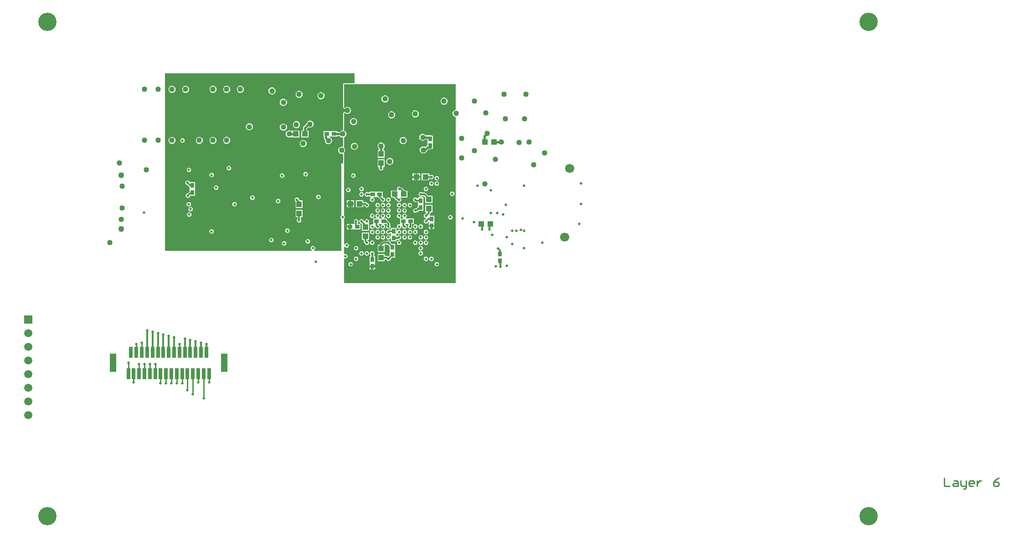
<source format=gbl>
%FSLAX24Y24*%
%MOIN*%
G70*
G01*
G75*
G04 Layer_Physical_Order=6*
G04 Layer_Color=16711680*
%ADD10R,0.0394X0.0433*%
%ADD11C,0.0177*%
%ADD12R,0.0748X0.0197*%
%ADD13R,0.0197X0.0748*%
%ADD14R,0.0177X0.0669*%
%ADD15R,0.0177X0.0669*%
%ADD16R,0.0500X0.1449*%
%ADD17R,0.0787X0.0551*%
%ADD18R,0.1083X0.0394*%
%ADD19R,0.0945X0.0354*%
%ADD20R,0.0433X0.0394*%
%ADD21R,0.1024X0.0945*%
%ADD22R,0.0630X0.0709*%
%ADD23R,0.0945X0.1024*%
%ADD24R,0.1000X0.1400*%
%ADD25R,0.0300X0.0600*%
%ADD26R,0.0709X0.0630*%
%ADD27R,0.0630X0.0512*%
%ADD28C,0.0060*%
%ADD29C,0.0120*%
%ADD30C,0.0100*%
%ADD31C,0.0200*%
%ADD32C,0.0110*%
%ADD33C,0.0160*%
%ADD34C,0.0300*%
%ADD35R,0.0591X0.0591*%
%ADD36C,0.0591*%
%ADD37C,0.1339*%
%ADD38C,0.1339*%
%ADD39C,0.0433*%
%ADD40C,0.0669*%
%ADD41C,0.0200*%
%ADD42C,0.0400*%
%ADD43R,0.0276X0.0354*%
%ADD44R,0.0354X0.0276*%
%ADD45R,0.0276X0.0787*%
%ADD46R,0.0512X0.1339*%
G36*
X46850Y57564D02*
X46810Y57559D01*
X46746Y57533D01*
X46692Y57491D01*
X46650Y57437D01*
X46624Y57373D01*
X46615Y57306D01*
X46624Y57238D01*
X46650Y57174D01*
X46692Y57120D01*
X46746Y57078D01*
X46810Y57052D01*
X46850Y57047D01*
Y44882D01*
X38681D01*
Y46667D01*
X38720Y46699D01*
X38780Y46687D01*
X38842Y46700D01*
X38895Y46735D01*
X38930Y46788D01*
X38943Y46850D01*
X38930Y46913D01*
X38895Y46966D01*
X38842Y47001D01*
X38780Y47014D01*
X38720Y47002D01*
X38681Y47033D01*
Y47558D01*
X38729Y47573D01*
X38763Y47522D01*
X38816Y47487D01*
X38878Y47475D01*
X38940Y47487D01*
X38993Y47522D01*
X39029Y47575D01*
X39041Y47638D01*
X39029Y47700D01*
X38993Y47753D01*
X38940Y47789D01*
X38878Y47801D01*
X38816Y47789D01*
X38763Y47753D01*
X38729Y47703D01*
X38681Y47717D01*
Y49578D01*
X38698Y49589D01*
X38733Y49642D01*
X38746Y49705D01*
X38733Y49767D01*
X38698Y49820D01*
X38681Y49831D01*
Y54405D01*
X38693Y54415D01*
X38735Y54469D01*
X38761Y54532D01*
X38770Y54600D01*
X38761Y54668D01*
X38735Y54731D01*
X38693Y54785D01*
X38681Y54795D01*
Y55556D01*
X38721Y55573D01*
X38775Y55615D01*
X38817Y55669D01*
X38843Y55732D01*
X38852Y55800D01*
X38843Y55868D01*
X38817Y55931D01*
X38775Y55985D01*
X38721Y56027D01*
X38681Y56044D01*
Y57302D01*
X38685Y57310D01*
X38685Y57312D01*
X38686Y57313D01*
X38690Y57321D01*
X38710Y57339D01*
X38718Y57341D01*
X38720Y57343D01*
X38722Y57343D01*
X38729Y57345D01*
X38733Y57343D01*
X38741Y57342D01*
X38747Y57337D01*
X38752Y57336D01*
X38796Y57302D01*
X38804Y57299D01*
X38804Y57299D01*
X38817Y57294D01*
X38817Y57294D01*
X38851Y57279D01*
X38851D01*
X38859Y57276D01*
X38868Y57275D01*
X38868Y57275D01*
X38868D01*
X38868Y57275D01*
X38919Y57268D01*
D01*
X38927Y57267D01*
X38936Y57268D01*
X38936D01*
X38961Y57272D01*
X38980Y57274D01*
X38987Y57275D01*
X38987Y57275D01*
D01*
X38987Y57275D01*
X38987D01*
Y57275D01*
D01*
D01*
D01*
X38995Y57276D01*
X39003Y57279D01*
X39003D01*
X39027Y57289D01*
X39027D01*
X39050Y57299D01*
X39050Y57299D01*
X39058Y57302D01*
X39065Y57308D01*
X39065D01*
X39106Y57339D01*
Y57339D01*
X39113Y57344D01*
X39118Y57351D01*
X39118Y57351D01*
X39142Y57383D01*
X39147Y57389D01*
X39154Y57398D01*
X39158Y57406D01*
X39158Y57406D01*
X39163Y57420D01*
X39163D01*
D01*
D01*
D01*
D01*
D01*
D01*
D01*
D01*
D01*
D01*
D01*
D01*
D01*
D01*
X39163D01*
D01*
X39163D01*
D01*
D01*
D01*
D01*
D01*
D01*
Y57420D01*
D01*
D01*
D01*
D01*
X39177Y57454D01*
D01*
Y57454D01*
D01*
D01*
D01*
D01*
D01*
D01*
D01*
D01*
D01*
D01*
X39177D01*
X39180Y57462D01*
X39182Y57470D01*
X39182Y57470D01*
Y57470D01*
X39182Y57470D01*
X39188Y57521D01*
D01*
D01*
D01*
D01*
D01*
X39188D01*
D01*
D01*
D01*
D01*
D01*
D01*
D01*
D01*
D01*
D01*
D01*
D01*
D01*
Y57521D01*
D01*
D01*
D01*
Y57521D01*
D01*
Y57521D01*
Y57521D01*
Y57521D01*
D01*
Y57521D01*
D01*
D01*
D01*
D01*
D01*
D01*
Y57521D01*
X39189Y57530D01*
X39188Y57538D01*
X39188D01*
Y57538D01*
Y57538D01*
D01*
X39188Y57538D01*
D01*
D01*
D01*
D01*
D01*
D01*
D01*
D01*
D01*
X39186Y57555D01*
X39186Y57555D01*
D01*
D01*
D01*
D01*
D01*
X39186Y57555D01*
X39186Y57555D01*
X39185Y57562D01*
X39185Y57563D01*
D01*
D01*
X39185D01*
D01*
D01*
D01*
D01*
D01*
D01*
D01*
D01*
Y57563D01*
D01*
D01*
D01*
D01*
D01*
D01*
D01*
D01*
Y57563D01*
D01*
D01*
D01*
D01*
D01*
D01*
D01*
D01*
D01*
D01*
D01*
D01*
D01*
Y57563D01*
X39185Y57563D01*
D01*
D01*
D01*
D01*
D01*
D01*
Y57563D01*
X39185Y57563D01*
D01*
D01*
Y57563D01*
Y57563D01*
Y57563D01*
X39185Y57563D01*
X39182Y57589D01*
X39182Y57589D01*
D01*
D01*
X39182D01*
D01*
D01*
D01*
D01*
Y57589D01*
D01*
D01*
D01*
D01*
D01*
D01*
D01*
X39182Y57589D01*
X39180Y57597D01*
X39179Y57600D01*
X39179Y57600D01*
X39176Y57608D01*
X39176Y57608D01*
X39176Y57608D01*
D01*
D01*
D01*
D01*
D01*
D01*
D01*
X39173Y57615D01*
X39172Y57618D01*
X39154Y57661D01*
D01*
D01*
D01*
Y57661D01*
D01*
X39154Y57661D01*
D01*
D01*
D01*
D01*
D01*
D01*
D01*
D01*
D01*
D01*
D01*
X39154Y57661D01*
D01*
X39113Y57715D01*
X39058Y57757D01*
X39050Y57760D01*
X39050Y57760D01*
X39037Y57766D01*
X39037Y57766D01*
X39003Y57780D01*
X39003Y57780D01*
X39003Y57780D01*
X38995Y57783D01*
X38987Y57784D01*
X38987Y57784D01*
X38987D01*
X38987Y57784D01*
X38936Y57791D01*
X38936Y57791D01*
X38936Y57791D01*
X38927Y57792D01*
X38919Y57791D01*
X38919Y57791D01*
X38878Y57785D01*
X38872Y57784D01*
X38859Y57783D01*
X38796Y57757D01*
X38789Y57751D01*
D01*
X38749Y57720D01*
X38749Y57720D01*
X38743Y57716D01*
X38731Y57715D01*
X38729Y57714D01*
X38722Y57716D01*
X38720Y57716D01*
X38718Y57718D01*
X38710Y57720D01*
X38690Y57738D01*
X38686Y57746D01*
X38685Y57747D01*
X38685Y57749D01*
X38681Y57757D01*
Y59436D01*
X38684Y59437D01*
X38693Y59446D01*
X38694Y59449D01*
X38694Y59449D01*
X46850D01*
Y57564D01*
D02*
G37*
G36*
X39469Y59514D02*
X38694D01*
X38682Y59509D01*
X38669Y59509D01*
X38669Y59509D01*
X38660Y59500D01*
X38648Y59495D01*
X38647Y59492D01*
X38647Y59492D01*
X38638Y59483D01*
X38638Y59483D01*
X38635Y59482D01*
X38630Y59470D01*
X38621Y59461D01*
X38621Y59448D01*
X38616Y59436D01*
Y57757D01*
X38620Y57748D01*
X38620Y57747D01*
X38620Y57747D01*
X38620Y57746D01*
X38620Y57744D01*
X38622Y57740D01*
X38623Y57729D01*
X38626Y57721D01*
X38630Y57713D01*
X38637Y57705D01*
X38639Y57702D01*
X38640Y57700D01*
X38641Y57700D01*
X38642Y57699D01*
X38642Y57699D01*
X38646Y57690D01*
X38667Y57672D01*
X38676Y57668D01*
X38676Y57668D01*
X38677Y57668D01*
X38678Y57667D01*
X38679Y57666D01*
X38683Y57664D01*
X38692Y57658D01*
X38700Y57655D01*
X38700D01*
D01*
X38708Y57652D01*
X38710Y57653D01*
X38711Y57651D01*
X38721Y57652D01*
X38723Y57652D01*
X38725Y57652D01*
X38726Y57652D01*
X38727Y57652D01*
X38729Y57653D01*
X38738Y57650D01*
X38750Y57652D01*
X38757Y57655D01*
X38757Y57655D01*
X38758Y57656D01*
X38760Y57657D01*
X38761Y57657D01*
X38762Y57658D01*
X38762Y57658D01*
X38765Y57657D01*
X38770Y57661D01*
X38783Y57665D01*
X38788Y57669D01*
X38829Y57700D01*
X38876Y57720D01*
X38880Y57720D01*
X38880Y57720D01*
X38887Y57721D01*
X38927Y57726D01*
X38927Y57726D01*
X38927Y57726D01*
X38927Y57726D01*
X38978Y57720D01*
X38978D01*
X38978D01*
D01*
X38978Y57720D01*
X38978D01*
X39012Y57706D01*
X39012Y57706D01*
X39026Y57700D01*
D01*
X39066Y57669D01*
X39098Y57628D01*
X39112Y57593D01*
X39112Y57593D01*
D01*
X39113Y57590D01*
Y57590D01*
X39116Y57583D01*
Y57583D01*
D01*
X39116Y57583D01*
X39116Y57583D01*
Y57583D01*
X39116Y57583D01*
X39116Y57583D01*
Y57583D01*
X39117Y57580D01*
X39117Y57580D01*
X39121Y57555D01*
X39121Y57555D01*
X39121Y57555D01*
X39121Y57554D01*
X39121Y57554D01*
X39121Y57554D01*
X39122Y57547D01*
D01*
Y57547D01*
X39122Y57547D01*
X39122Y57546D01*
X39122Y57546D01*
X39122Y57546D01*
X39124Y57530D01*
X39124Y57530D01*
Y57530D01*
X39124Y57530D01*
X39117Y57479D01*
Y57479D01*
X39117Y57479D01*
X39117Y57479D01*
X39103Y57445D01*
X39103Y57445D01*
X39098Y57431D01*
X39096Y57429D01*
X39096Y57429D01*
X39091Y57422D01*
X39091Y57422D01*
X39066Y57390D01*
X39066Y57390D01*
X39066Y57390D01*
X39026Y57359D01*
X39026D01*
X39026Y57359D01*
X39002Y57349D01*
X39002D01*
X38978Y57339D01*
X38978D01*
X38978D01*
X38978D01*
X38972Y57339D01*
D01*
X38972D01*
X38953Y57336D01*
X38927Y57333D01*
X38927Y57333D01*
X38927Y57333D01*
X38927Y57333D01*
X38876Y57339D01*
D01*
D01*
D01*
D01*
D01*
D01*
D01*
D01*
D01*
D01*
Y57339D01*
D01*
D01*
D01*
D01*
D01*
X38876D01*
D01*
D01*
D01*
X38876Y57339D01*
X38876D01*
X38876D01*
X38876Y57339D01*
D01*
Y57339D01*
Y57339D01*
D01*
D01*
Y57339D01*
Y57339D01*
Y57339D01*
D01*
D01*
D01*
Y57339D01*
X38842Y57354D01*
X38842D01*
X38842Y57354D01*
X38829Y57359D01*
X38792Y57388D01*
X38787Y57389D01*
X38781Y57394D01*
X38773Y57396D01*
X38769Y57399D01*
X38764Y57400D01*
D01*
D01*
D01*
D01*
D01*
D01*
D01*
D01*
D01*
D01*
D01*
D01*
D01*
D01*
X38764D01*
D01*
X38764Y57400D01*
X38764D01*
D01*
D01*
D01*
D01*
D01*
D01*
D01*
D01*
D01*
D01*
D01*
Y57400D01*
X38764D01*
D01*
D01*
X38764D01*
D01*
D01*
D01*
D01*
D01*
D01*
D01*
Y57400D01*
X38764D01*
D01*
D01*
D01*
X38764D01*
D01*
D01*
D01*
D01*
D01*
D01*
D01*
D01*
D01*
Y57400D01*
D01*
X38761Y57402D01*
X38759Y57402D01*
X38757Y57404D01*
X38753Y57404D01*
X38748Y57407D01*
X38740Y57408D01*
X38735Y57406D01*
X38733Y57407D01*
X38730Y57406D01*
X38730Y57406D01*
X38727Y57407D01*
X38726Y57407D01*
X38725Y57407D01*
X38723Y57408D01*
X38721Y57407D01*
X38711Y57408D01*
X38710Y57406D01*
X38708Y57407D01*
X38700Y57404D01*
X38700D01*
X38692Y57401D01*
X38683Y57395D01*
X38679Y57393D01*
X38678Y57392D01*
X38677Y57391D01*
X38676Y57391D01*
X38676Y57391D01*
X38667Y57387D01*
X38646Y57369D01*
X38642Y57360D01*
X38642Y57360D01*
X38641Y57359D01*
X38640Y57359D01*
X38639Y57358D01*
X38637Y57354D01*
X38630Y57346D01*
X38626Y57338D01*
D01*
X38623Y57330D01*
X38622Y57319D01*
X38620Y57315D01*
X38620Y57313D01*
X38620Y57312D01*
X38620Y57312D01*
X38620Y57311D01*
X38616Y57302D01*
Y56085D01*
X38590Y56062D01*
X38522Y56053D01*
X38459Y56027D01*
X38404Y55985D01*
X38372Y55943D01*
X38176D01*
Y55998D01*
X37701D01*
D01*
D01*
X37701Y55998D01*
X37664D01*
Y55998D01*
X37189D01*
Y55602D01*
X37205D01*
Y55516D01*
X37205Y55516D01*
X37216Y55462D01*
X37247Y55415D01*
X37294Y55368D01*
X37287Y55315D01*
X37296Y55247D01*
X37322Y55184D01*
X37364Y55130D01*
X37418Y55088D01*
X37481Y55062D01*
X37549Y55053D01*
X37617Y55062D01*
X37680Y55088D01*
X37735Y55130D01*
X37776Y55184D01*
X37803Y55247D01*
X37811Y55315D01*
X37803Y55383D01*
X37776Y55446D01*
X37735Y55500D01*
X37680Y55542D01*
X37617Y55568D01*
X37549Y55577D01*
X37574Y55602D01*
X37664D01*
Y55602D01*
X37664D01*
X37664Y55602D01*
X37701D01*
Y55602D01*
X38176D01*
Y55657D01*
X38372D01*
X38404Y55615D01*
X38459Y55573D01*
X38522Y55547D01*
X38590Y55538D01*
X38616Y55515D01*
Y54881D01*
X38575Y54853D01*
X38507Y54862D01*
X38440Y54853D01*
X38376Y54827D01*
X38322Y54785D01*
X38280Y54731D01*
X38254Y54668D01*
X38245Y54600D01*
X38254Y54532D01*
X38280Y54469D01*
X38322Y54415D01*
X38376Y54373D01*
X38440Y54347D01*
X38507Y54338D01*
X38575Y54347D01*
X38616Y54319D01*
Y53642D01*
X38484D01*
Y49831D01*
X38467Y49820D01*
X38432Y49767D01*
X38420Y49705D01*
X38432Y49642D01*
X38467Y49589D01*
X38484Y49578D01*
Y47244D01*
X36497D01*
X36482Y47292D01*
X36533Y47326D01*
X36568Y47379D01*
X36580Y47441D01*
X36568Y47503D01*
X36533Y47556D01*
X36480Y47592D01*
X36417Y47604D01*
X36355Y47592D01*
X36302Y47556D01*
X36267Y47503D01*
X36254Y47441D01*
X36267Y47379D01*
X36302Y47326D01*
X36352Y47292D01*
X36338Y47244D01*
X25591D01*
Y60236D01*
X39469D01*
Y59514D01*
D02*
G37*
%LPC*%
G36*
X45139Y50612D02*
X44625D01*
Y50059D01*
X44702D01*
X44721Y50013D01*
X44673Y49964D01*
X44623Y49954D01*
X44570Y49918D01*
X44534Y49866D01*
X44522Y49803D01*
X44534Y49741D01*
X44570Y49688D01*
X44623Y49652D01*
X44681Y49641D01*
X44690Y49611D01*
X44664Y49568D01*
X44623Y49560D01*
X44570Y49525D01*
X44534Y49472D01*
X44522Y49409D01*
X44534Y49347D01*
X44570Y49294D01*
X44623Y49259D01*
X44685Y49246D01*
X44747Y49259D01*
X44800Y49294D01*
X44833Y49343D01*
X44881Y49329D01*
Y49311D01*
X44881D01*
Y49124D01*
X45277D01*
Y49311D01*
D01*
Y49311D01*
X45277Y49311D01*
Y49349D01*
X45277D01*
Y49823D01*
X44943D01*
X44924Y49869D01*
X44968Y49913D01*
X44995Y49953D01*
X45004Y50000D01*
Y50059D01*
X45139D01*
Y50612D01*
D02*
G37*
G36*
X44291Y49179D02*
X44229Y49166D01*
X44176Y49131D01*
X44141Y49078D01*
X44128Y49016D01*
X44141Y48953D01*
X44176Y48900D01*
X44229Y48865D01*
X44291Y48853D01*
X44354Y48865D01*
X44407Y48900D01*
X44442Y48953D01*
X44454Y49016D01*
X44442Y49078D01*
X44407Y49131D01*
X44354Y49166D01*
X44291Y49179D01*
D02*
G37*
G36*
X39083Y49214D02*
X38896D01*
Y49066D01*
X39083D01*
Y49214D01*
D02*
G37*
G36*
X46457Y49868D02*
X46394Y49855D01*
X46341Y49820D01*
X46306Y49767D01*
X46294Y49705D01*
X46306Y49642D01*
X46341Y49589D01*
X46394Y49554D01*
X46457Y49542D01*
X46519Y49554D01*
X46572Y49589D01*
X46607Y49642D01*
X46620Y49705D01*
X46607Y49767D01*
X46572Y49820D01*
X46519Y49855D01*
X46457Y49868D01*
D02*
G37*
G36*
X41535Y49966D02*
X41473Y49954D01*
X41420Y49918D01*
X41385Y49866D01*
X41372Y49803D01*
X41385Y49741D01*
X41420Y49688D01*
X41473Y49652D01*
X41498Y49648D01*
X41493Y49598D01*
X41336D01*
D01*
D01*
X41336Y49598D01*
X41299D01*
Y49598D01*
X41185D01*
X41180Y49648D01*
X41204Y49652D01*
X41257Y49688D01*
X41292Y49741D01*
X41305Y49803D01*
X41292Y49866D01*
X41257Y49918D01*
X41204Y49954D01*
X41142Y49966D01*
X41079Y49954D01*
X41026Y49918D01*
X40991Y49866D01*
X40979Y49803D01*
X40991Y49741D01*
X41026Y49688D01*
X41079Y49652D01*
X41104Y49648D01*
X41099Y49598D01*
X40824D01*
Y49203D01*
X40786Y49171D01*
X40748Y49179D01*
X40686Y49166D01*
X40633Y49131D01*
X40597Y49078D01*
X40585Y49016D01*
X40597Y48953D01*
X40633Y48900D01*
X40686Y48865D01*
X40748Y48853D01*
X40810Y48865D01*
X40863Y48900D01*
X40899Y48953D01*
X40911Y49016D01*
X40911Y49017D01*
X40957Y49036D01*
X40975Y49009D01*
X40981Y49003D01*
X40991Y48953D01*
X41026Y48900D01*
X41079Y48865D01*
X41142Y48853D01*
X41204Y48865D01*
X41257Y48900D01*
X41292Y48953D01*
X41305Y49016D01*
X41292Y49078D01*
X41257Y49131D01*
X41204Y49166D01*
X41184Y49170D01*
Y49202D01*
X41299D01*
D01*
Y49202D01*
X41299D01*
X41299Y49202D01*
X41336D01*
Y49202D01*
X41440D01*
X41455Y49154D01*
X41420Y49131D01*
X41385Y49078D01*
X41372Y49016D01*
X41385Y48953D01*
X41420Y48900D01*
X41473Y48865D01*
X41535Y48853D01*
X41598Y48865D01*
X41651Y48900D01*
X41686Y48953D01*
X41699Y49016D01*
X41686Y49078D01*
X41651Y49131D01*
X41616Y49154D01*
X41631Y49202D01*
X41783D01*
X41807Y49179D01*
Y49121D01*
X41778Y49078D01*
X41766Y49016D01*
X41778Y48953D01*
X41814Y48900D01*
X41867Y48865D01*
X41929Y48853D01*
X41992Y48865D01*
X42044Y48900D01*
X42080Y48953D01*
X42092Y49016D01*
X42080Y49078D01*
X42051Y49121D01*
Y49230D01*
X42042Y49276D01*
X42016Y49316D01*
X41845Y49487D01*
X41811Y49510D01*
Y49598D01*
X41578D01*
X41573Y49648D01*
X41598Y49652D01*
X41651Y49688D01*
X41686Y49741D01*
X41699Y49803D01*
X41686Y49866D01*
X41651Y49918D01*
X41598Y49954D01*
X41535Y49966D01*
D02*
G37*
G36*
X35657Y50259D02*
X35143D01*
Y49706D01*
X35278D01*
Y49580D01*
X35249Y49537D01*
X35237Y49475D01*
X35249Y49412D01*
X35285Y49359D01*
X35338Y49324D01*
X35400Y49312D01*
X35462Y49324D01*
X35515Y49359D01*
X35551Y49412D01*
X35563Y49475D01*
X35551Y49537D01*
X35522Y49580D01*
Y49706D01*
X35657D01*
Y50259D01*
D02*
G37*
G36*
X40354Y49573D02*
X40292Y49560D01*
X40239Y49525D01*
X40204Y49472D01*
X40192Y49413D01*
X40163Y49405D01*
X40120Y49430D01*
X40111Y49472D01*
X40076Y49525D01*
X40023Y49560D01*
X39961Y49573D01*
X39898Y49560D01*
X39845Y49525D01*
X39810Y49472D01*
X39797Y49409D01*
X39810Y49347D01*
X39845Y49294D01*
X39894Y49261D01*
X39894Y49260D01*
X39894D01*
X39894Y49260D01*
D01*
X39893Y49259D01*
X39880Y49214D01*
D01*
D01*
X39880Y49214D01*
X39689D01*
Y49305D01*
X39718Y49347D01*
X39730Y49409D01*
X39718Y49472D01*
X39682Y49525D01*
X39629Y49560D01*
X39567Y49573D01*
X39504Y49560D01*
X39452Y49525D01*
X39416Y49472D01*
X39404Y49409D01*
X39416Y49347D01*
X39445Y49305D01*
Y49214D01*
X39408Y49214D01*
D01*
X39370D01*
Y49214D01*
X39183D01*
Y49016D01*
Y48818D01*
X39370D01*
D01*
Y48818D01*
X39370D01*
X39370Y48818D01*
X39408D01*
Y48818D01*
X39882D01*
Y49213D01*
X39882D01*
Y49214D01*
D01*
D01*
X39882D01*
Y49214D01*
D01*
X39888Y49230D01*
X39927Y49253D01*
X39948Y49249D01*
X39999Y49198D01*
Y48699D01*
X40513D01*
Y49252D01*
X40498D01*
X40483Y49273D01*
X40471Y49296D01*
X40505Y49347D01*
X40517Y49409D01*
X40505Y49472D01*
X40470Y49525D01*
X40417Y49560D01*
X40354Y49573D01*
D02*
G37*
G36*
X43898Y49179D02*
X43835Y49166D01*
X43782Y49131D01*
X43747Y49078D01*
X43734Y49016D01*
X43747Y48953D01*
X43782Y48900D01*
X43835Y48865D01*
X43898Y48853D01*
X43960Y48865D01*
X44013Y48900D01*
X44048Y48953D01*
X44061Y49016D01*
X44048Y49078D01*
X44013Y49131D01*
X43960Y49166D01*
X43898Y49179D01*
D02*
G37*
G36*
X44685Y48785D02*
X44623Y48773D01*
X44570Y48737D01*
X44534Y48684D01*
X44522Y48622D01*
X44534Y48560D01*
X44570Y48507D01*
X44623Y48471D01*
X44685Y48459D01*
X44747Y48471D01*
X44800Y48507D01*
X44836Y48560D01*
X44848Y48622D01*
X44836Y48684D01*
X44800Y48737D01*
X44747Y48773D01*
X44685Y48785D01*
D02*
G37*
G36*
X29000Y48821D02*
X28938Y48808D01*
X28885Y48773D01*
X28849Y48720D01*
X28837Y48657D01*
X28849Y48595D01*
X28885Y48542D01*
X28938Y48507D01*
X29000Y48494D01*
X29062Y48507D01*
X29115Y48542D01*
X29151Y48595D01*
X29163Y48657D01*
X29151Y48720D01*
X29115Y48773D01*
X29062Y48808D01*
X29000Y48821D01*
D02*
G37*
G36*
X43504Y48785D02*
X43442Y48773D01*
X43389Y48737D01*
X43353Y48684D01*
X43341Y48622D01*
X43353Y48560D01*
X43389Y48507D01*
X43442Y48471D01*
X43504Y48459D01*
X43566Y48471D01*
X43619Y48507D01*
X43655Y48560D01*
X43667Y48622D01*
X43655Y48684D01*
X43619Y48737D01*
X43566Y48773D01*
X43504Y48785D01*
D02*
G37*
G36*
X43898D02*
X43835Y48773D01*
X43782Y48737D01*
X43747Y48684D01*
X43734Y48622D01*
X43747Y48560D01*
X43782Y48507D01*
X43835Y48471D01*
X43898Y48459D01*
X43960Y48471D01*
X44013Y48507D01*
X44048Y48560D01*
X44061Y48622D01*
X44048Y48684D01*
X44013Y48737D01*
X43960Y48773D01*
X43898Y48785D01*
D02*
G37*
G36*
X45029Y49024D02*
X44881D01*
Y48837D01*
X45029D01*
Y49024D01*
D02*
G37*
G36*
X45277D02*
X45129D01*
Y48837D01*
X45277D01*
Y49024D01*
D02*
G37*
G36*
X34547Y48884D02*
X34485Y48871D01*
X34432Y48836D01*
X34397Y48783D01*
X34384Y48720D01*
X34397Y48658D01*
X34432Y48605D01*
X34485Y48570D01*
X34547Y48557D01*
X34610Y48570D01*
X34663Y48605D01*
X34698Y48658D01*
X34710Y48720D01*
X34698Y48783D01*
X34663Y48836D01*
X34610Y48871D01*
X34547Y48884D01*
D02*
G37*
G36*
X39083Y48966D02*
X38896D01*
Y48818D01*
X39083D01*
Y48966D01*
D02*
G37*
G36*
X43110Y49966D02*
X43048Y49954D01*
X42995Y49918D01*
X42960Y49866D01*
X42947Y49803D01*
X42960Y49741D01*
X42995Y49688D01*
X43044Y49655D01*
X43029Y49607D01*
X42826D01*
X42790Y49633D01*
X42784Y49652D01*
X42783Y49654D01*
D01*
X42783Y49654D01*
X42783D01*
X42783Y49655D01*
X42832Y49688D01*
X42867Y49741D01*
X42880Y49803D01*
X42867Y49866D01*
X42832Y49918D01*
X42779Y49954D01*
X42717Y49966D01*
X42654Y49954D01*
X42601Y49918D01*
X42566Y49866D01*
X42553Y49803D01*
X42566Y49741D01*
X42601Y49688D01*
X42654Y49652D01*
X42717Y49640D01*
X42750Y49647D01*
X42789Y49623D01*
X42793Y49613D01*
X42795Y49607D01*
X42795D01*
D01*
D01*
D01*
Y49606D01*
X42795D01*
Y49212D01*
X42795D01*
X42779Y49166D01*
X42717Y49179D01*
X42654Y49166D01*
X42601Y49131D01*
X42566Y49078D01*
X42553Y49016D01*
X42566Y48953D01*
X42601Y48900D01*
X42654Y48865D01*
X42717Y48853D01*
X42779Y48865D01*
X42832Y48900D01*
X42867Y48953D01*
X42880Y49016D01*
X42879Y49019D01*
X42925Y49038D01*
X42946Y49007D01*
X42950Y49003D01*
X42960Y48953D01*
X42995Y48900D01*
X43048Y48865D01*
X43110Y48853D01*
X43173Y48865D01*
X43226Y48900D01*
X43261Y48953D01*
X43273Y49016D01*
X43261Y49078D01*
X43226Y49131D01*
X43173Y49166D01*
X43154Y49170D01*
Y49212D01*
X43269D01*
D01*
Y49212D01*
X43269D01*
X43269Y49212D01*
X43307D01*
Y49212D01*
X43422D01*
Y49153D01*
X43389Y49131D01*
X43353Y49078D01*
X43341Y49016D01*
X43353Y48953D01*
X43389Y48900D01*
X43442Y48865D01*
X43504Y48853D01*
X43566Y48865D01*
X43619Y48900D01*
X43655Y48953D01*
X43667Y49016D01*
X43663Y49038D01*
X43666Y49056D01*
Y49212D01*
X43781D01*
Y49607D01*
X43307D01*
D01*
D01*
X43307Y49607D01*
X43269D01*
Y49607D01*
X43191D01*
X43177Y49655D01*
X43226Y49688D01*
X43261Y49741D01*
X43273Y49803D01*
X43261Y49866D01*
X43226Y49918D01*
X43173Y49954D01*
X43110Y49966D01*
D02*
G37*
G36*
X40099Y50946D02*
X39546D01*
Y50432D01*
X40099D01*
Y50567D01*
X40196D01*
X40204Y50528D01*
X40239Y50475D01*
X40292Y50440D01*
X40354Y50427D01*
X40417Y50440D01*
X40470Y50475D01*
X40505Y50528D01*
X40517Y50591D01*
X40505Y50653D01*
X40470Y50706D01*
X40417Y50741D01*
X40367Y50751D01*
X40342Y50775D01*
X40303Y50802D01*
X40256Y50811D01*
X40099D01*
Y50946D01*
D02*
G37*
G36*
X41142Y50754D02*
X41079Y50741D01*
X41026Y50706D01*
X40991Y50653D01*
X40979Y50591D01*
X40991Y50528D01*
X41026Y50475D01*
X41079Y50440D01*
X41142Y50427D01*
X41204Y50440D01*
X41257Y50475D01*
X41292Y50528D01*
X41305Y50591D01*
X41292Y50653D01*
X41257Y50706D01*
X41204Y50741D01*
X41142Y50754D01*
D02*
G37*
G36*
X27461Y50458D02*
X27398Y50446D01*
X27345Y50411D01*
X27310Y50358D01*
X27297Y50295D01*
X27310Y50233D01*
X27345Y50180D01*
X27398Y50145D01*
X27461Y50132D01*
X27523Y50145D01*
X27576Y50180D01*
X27611Y50233D01*
X27624Y50295D01*
X27611Y50358D01*
X27576Y50411D01*
X27523Y50446D01*
X27461Y50458D01*
D02*
G37*
G36*
X35236Y51147D02*
X35174Y51135D01*
X35121Y51100D01*
X35085Y51047D01*
X35073Y50984D01*
X35085Y50922D01*
X35121Y50869D01*
X35143Y50854D01*
Y50376D01*
X35657D01*
Y50929D01*
X35465D01*
X35397Y50997D01*
X35387Y51047D01*
X35352Y51100D01*
X35299Y51135D01*
X35236Y51147D01*
D02*
G37*
G36*
X42717Y50754D02*
X42654Y50741D01*
X42601Y50706D01*
X42566Y50653D01*
X42553Y50591D01*
X42566Y50528D01*
X42601Y50475D01*
X42654Y50440D01*
X42717Y50427D01*
X42779Y50440D01*
X42832Y50475D01*
X42867Y50528D01*
X42880Y50591D01*
X42867Y50653D01*
X42832Y50706D01*
X42779Y50741D01*
X42717Y50754D01*
D02*
G37*
G36*
X43110D02*
X43048Y50741D01*
X42995Y50706D01*
X42960Y50653D01*
X42947Y50591D01*
X42960Y50528D01*
X42995Y50475D01*
X43048Y50440D01*
X43110Y50427D01*
X43173Y50440D01*
X43226Y50475D01*
X43261Y50528D01*
X43273Y50591D01*
X43261Y50653D01*
X43226Y50706D01*
X43173Y50741D01*
X43110Y50754D01*
D02*
G37*
G36*
X41535D02*
X41473Y50741D01*
X41420Y50706D01*
X41385Y50653D01*
X41372Y50591D01*
X41385Y50528D01*
X41420Y50475D01*
X41473Y50440D01*
X41535Y50427D01*
X41598Y50440D01*
X41651Y50475D01*
X41686Y50528D01*
X41699Y50591D01*
X41686Y50653D01*
X41651Y50706D01*
X41598Y50741D01*
X41535Y50754D01*
D02*
G37*
G36*
X41929D02*
X41867Y50741D01*
X41814Y50706D01*
X41778Y50653D01*
X41766Y50591D01*
X41778Y50528D01*
X41814Y50475D01*
X41867Y50440D01*
X41929Y50427D01*
X41992Y50440D01*
X42044Y50475D01*
X42080Y50528D01*
X42092Y50591D01*
X42080Y50653D01*
X42044Y50706D01*
X41992Y50741D01*
X41929Y50754D01*
D02*
G37*
G36*
X27362Y50065D02*
X27300Y50052D01*
X27247Y50017D01*
X27211Y49964D01*
X27199Y49902D01*
X27211Y49839D01*
X27247Y49786D01*
X27300Y49751D01*
X27362Y49738D01*
X27425Y49751D01*
X27478Y49786D01*
X27513Y49839D01*
X27525Y49902D01*
X27513Y49964D01*
X27478Y50017D01*
X27425Y50052D01*
X27362Y50065D01*
D02*
G37*
G36*
X41142Y50360D02*
X41079Y50348D01*
X41026Y50312D01*
X40991Y50259D01*
X40979Y50197D01*
X40991Y50134D01*
X41026Y50082D01*
X41079Y50046D01*
X41142Y50034D01*
X41204Y50046D01*
X41257Y50082D01*
X41292Y50134D01*
X41305Y50197D01*
X41292Y50259D01*
X41257Y50312D01*
X41204Y50348D01*
X41142Y50360D01*
D02*
G37*
G36*
X40748Y49966D02*
X40686Y49954D01*
X40633Y49918D01*
X40597Y49866D01*
X40585Y49803D01*
X40597Y49741D01*
X40633Y49688D01*
X40686Y49652D01*
X40748Y49640D01*
X40810Y49652D01*
X40863Y49688D01*
X40899Y49741D01*
X40911Y49803D01*
X40899Y49866D01*
X40863Y49918D01*
X40810Y49954D01*
X40748Y49966D01*
D02*
G37*
G36*
X41929D02*
X41867Y49954D01*
X41814Y49918D01*
X41778Y49866D01*
X41766Y49803D01*
X41778Y49741D01*
X41814Y49688D01*
X41867Y49652D01*
X41929Y49640D01*
X41992Y49652D01*
X42044Y49688D01*
X42080Y49741D01*
X42092Y49803D01*
X42080Y49866D01*
X42044Y49918D01*
X41992Y49954D01*
X41929Y49966D01*
D02*
G37*
G36*
X42717Y50360D02*
X42654Y50348D01*
X42601Y50312D01*
X42566Y50259D01*
X42553Y50197D01*
X42566Y50134D01*
X42601Y50082D01*
X42654Y50046D01*
X42717Y50034D01*
X42779Y50046D01*
X42832Y50082D01*
X42867Y50134D01*
X42880Y50197D01*
X42867Y50259D01*
X42832Y50312D01*
X42779Y50348D01*
X42717Y50360D01*
D02*
G37*
G36*
X43110D02*
X43048Y50348D01*
X42995Y50312D01*
X42960Y50259D01*
X42947Y50197D01*
X42960Y50134D01*
X42995Y50082D01*
X43048Y50046D01*
X43110Y50034D01*
X43173Y50046D01*
X43226Y50082D01*
X43261Y50134D01*
X43273Y50197D01*
X43261Y50259D01*
X43226Y50312D01*
X43173Y50348D01*
X43110Y50360D01*
D02*
G37*
G36*
X41535D02*
X41473Y50348D01*
X41420Y50312D01*
X41385Y50259D01*
X41372Y50197D01*
X41385Y50134D01*
X41420Y50082D01*
X41473Y50046D01*
X41535Y50034D01*
X41598Y50046D01*
X41651Y50082D01*
X41686Y50134D01*
X41699Y50197D01*
X41686Y50259D01*
X41651Y50312D01*
X41598Y50348D01*
X41535Y50360D01*
D02*
G37*
G36*
X41929D02*
X41867Y50348D01*
X41814Y50312D01*
X41778Y50259D01*
X41766Y50197D01*
X41778Y50134D01*
X41814Y50082D01*
X41867Y50046D01*
X41929Y50034D01*
X41992Y50046D01*
X42044Y50082D01*
X42080Y50134D01*
X42092Y50197D01*
X42080Y50259D01*
X42044Y50312D01*
X41992Y50348D01*
X41929Y50360D01*
D02*
G37*
G36*
X43110Y48785D02*
X43048Y48773D01*
X42995Y48737D01*
X42960Y48684D01*
X42947Y48622D01*
X42960Y48560D01*
X42995Y48507D01*
X43048Y48471D01*
X43110Y48459D01*
X43173Y48471D01*
X43226Y48507D01*
X43261Y48560D01*
X43273Y48622D01*
X43261Y48684D01*
X43226Y48737D01*
X43173Y48773D01*
X43110Y48785D01*
D02*
G37*
G36*
X44291Y47210D02*
X44229Y47198D01*
X44176Y47163D01*
X44141Y47110D01*
X44128Y47047D01*
X44141Y46985D01*
X44176Y46932D01*
X44229Y46897D01*
X44291Y46884D01*
X44354Y46897D01*
X44407Y46932D01*
X44442Y46985D01*
X44454Y47047D01*
X44442Y47110D01*
X44407Y47163D01*
X44354Y47198D01*
X44291Y47210D01*
D02*
G37*
G36*
X41929Y47998D02*
X41867Y47985D01*
X41824Y47957D01*
X41567D01*
X41521Y47948D01*
X41481Y47921D01*
X41313Y47754D01*
X41287Y47714D01*
X41283Y47694D01*
X41143D01*
Y47141D01*
X41657D01*
Y47694D01*
D01*
X41657D01*
Y47694D01*
X41657D01*
X41657D01*
Y47712D01*
X41824D01*
X41867Y47684D01*
X41917Y47674D01*
X42027Y47564D01*
Y47263D01*
D01*
X42027Y47263D01*
Y47263D01*
X42027D01*
X42027D01*
X42027Y47225D01*
X42027D01*
Y46924D01*
X41929Y46827D01*
X41921Y46834D01*
X41882Y46861D01*
X41835Y46870D01*
X41657D01*
Y47024D01*
X41143D01*
Y46471D01*
X41657D01*
Y46626D01*
X41772D01*
X41778Y46591D01*
X41814Y46538D01*
X41867Y46503D01*
X41929Y46490D01*
X41992Y46503D01*
X42044Y46538D01*
X42080Y46591D01*
X42090Y46641D01*
X42200Y46751D01*
X42422D01*
Y47225D01*
D01*
Y47225D01*
X42422Y47225D01*
Y47263D01*
X42422D01*
Y47737D01*
X42200D01*
X42090Y47847D01*
X42080Y47897D01*
X42044Y47950D01*
X41992Y47985D01*
X41929Y47998D01*
D02*
G37*
G36*
X39961Y47210D02*
X39898Y47198D01*
X39845Y47163D01*
X39810Y47110D01*
X39797Y47047D01*
X39810Y46985D01*
X39845Y46932D01*
X39898Y46897D01*
X39961Y46884D01*
X40023Y46897D01*
X40076Y46932D01*
X40111Y46985D01*
X40124Y47047D01*
X40111Y47110D01*
X40076Y47163D01*
X40023Y47198D01*
X39961Y47210D01*
D02*
G37*
G36*
X40354D02*
X40292Y47198D01*
X40239Y47163D01*
X40204Y47110D01*
X40191Y47047D01*
X40204Y46985D01*
X40239Y46932D01*
X40292Y46897D01*
X40354Y46884D01*
X40417Y46897D01*
X40470Y46932D01*
X40505Y46985D01*
X40517Y47047D01*
X40505Y47110D01*
X40470Y47163D01*
X40417Y47198D01*
X40354Y47210D01*
D02*
G37*
G36*
X34301Y47949D02*
X34239Y47936D01*
X34186Y47901D01*
X34150Y47848D01*
X34138Y47785D01*
X34150Y47723D01*
X34186Y47670D01*
X34239Y47635D01*
X34301Y47622D01*
X34364Y47635D01*
X34417Y47670D01*
X34452Y47723D01*
X34464Y47785D01*
X34452Y47848D01*
X34417Y47901D01*
X34364Y47936D01*
X34301Y47949D01*
D02*
G37*
G36*
X40513Y48583D02*
X39999D01*
Y48030D01*
X40134D01*
Y47933D01*
X40143Y47886D01*
X40169Y47847D01*
X40194Y47822D01*
X40204Y47772D01*
X40239Y47719D01*
X40292Y47684D01*
X40354Y47672D01*
X40417Y47684D01*
X40470Y47719D01*
X40505Y47772D01*
X40517Y47835D01*
X40505Y47897D01*
X40470Y47950D01*
X40417Y47985D01*
X40378Y47993D01*
Y48030D01*
X40513D01*
Y48583D01*
D02*
G37*
G36*
X39567Y47604D02*
X39504Y47592D01*
X39452Y47556D01*
X39416Y47503D01*
X39404Y47441D01*
X39416Y47379D01*
X39452Y47326D01*
X39504Y47290D01*
X39567Y47278D01*
X39629Y47290D01*
X39682Y47326D01*
X39718Y47379D01*
X39730Y47441D01*
X39718Y47503D01*
X39682Y47556D01*
X39629Y47592D01*
X39567Y47604D01*
D02*
G37*
G36*
X44291D02*
X44229Y47592D01*
X44176Y47556D01*
X44141Y47503D01*
X44128Y47441D01*
X44141Y47379D01*
X44176Y47326D01*
X44229Y47290D01*
X44291Y47278D01*
X44354Y47290D01*
X44407Y47326D01*
X44442Y47379D01*
X44454Y47441D01*
X44442Y47503D01*
X44407Y47556D01*
X44354Y47592D01*
X44291Y47604D01*
D02*
G37*
G36*
X39173Y46423D02*
X39111Y46411D01*
X39058Y46375D01*
X39023Y46322D01*
X39010Y46260D01*
X39023Y46197D01*
X39058Y46144D01*
X39111Y46109D01*
X39173Y46097D01*
X39236Y46109D01*
X39289Y46144D01*
X39324Y46197D01*
X39336Y46260D01*
X39324Y46322D01*
X39289Y46375D01*
X39236Y46411D01*
X39173Y46423D01*
D02*
G37*
G36*
X45472D02*
X45410Y46411D01*
X45357Y46375D01*
X45322Y46322D01*
X45309Y46260D01*
X45322Y46197D01*
X45357Y46144D01*
X45410Y46109D01*
X45472Y46097D01*
X45535Y46109D01*
X45588Y46144D01*
X45623Y46197D01*
X45636Y46260D01*
X45623Y46322D01*
X45588Y46375D01*
X45535Y46411D01*
X45472Y46423D01*
D02*
G37*
G36*
X40700Y46055D02*
X40552D01*
Y45867D01*
X40700D01*
Y46055D01*
D02*
G37*
G36*
X40948D02*
X40800D01*
Y45867D01*
X40948D01*
Y46055D01*
D02*
G37*
G36*
X44685Y46817D02*
X44623Y46804D01*
X44570Y46769D01*
X44534Y46716D01*
X44522Y46654D01*
X44534Y46591D01*
X44570Y46538D01*
X44623Y46503D01*
X44685Y46490D01*
X44747Y46503D01*
X44800Y46538D01*
X44836Y46591D01*
X44848Y46654D01*
X44836Y46716D01*
X44800Y46769D01*
X44747Y46804D01*
X44685Y46817D01*
D02*
G37*
G36*
X45079D02*
X45016Y46804D01*
X44963Y46769D01*
X44928Y46716D01*
X44916Y46654D01*
X44928Y46591D01*
X44963Y46538D01*
X45016Y46503D01*
X45079Y46490D01*
X45141Y46503D01*
X45194Y46538D01*
X45229Y46591D01*
X45242Y46654D01*
X45229Y46716D01*
X45194Y46769D01*
X45141Y46804D01*
X45079Y46817D01*
D02*
G37*
G36*
X40748Y47210D02*
X40686Y47198D01*
X40633Y47163D01*
X40597Y47110D01*
X40585Y47047D01*
X40597Y46985D01*
X40628Y46939D01*
Y46854D01*
X40552D01*
Y46379D01*
D01*
X40552Y46379D01*
Y46379D01*
X40552D01*
X40552D01*
X40552Y46342D01*
X40552D01*
Y46155D01*
X40948D01*
Y46342D01*
D01*
Y46342D01*
X40948Y46342D01*
Y46379D01*
X40948D01*
Y46854D01*
X40872D01*
Y46945D01*
X40899Y46985D01*
X40911Y47047D01*
X40899Y47110D01*
X40863Y47163D01*
X40810Y47198D01*
X40748Y47210D01*
D02*
G37*
G36*
X39567Y46817D02*
X39504Y46804D01*
X39452Y46769D01*
X39416Y46716D01*
X39404Y46654D01*
X39416Y46591D01*
X39452Y46538D01*
X39504Y46503D01*
X39567Y46490D01*
X39629Y46503D01*
X39682Y46538D01*
X39718Y46591D01*
X39730Y46654D01*
X39718Y46716D01*
X39682Y46769D01*
X39629Y46804D01*
X39567Y46817D01*
D02*
G37*
G36*
X40748Y47998D02*
X40686Y47985D01*
X40633Y47950D01*
X40597Y47897D01*
X40585Y47835D01*
X40597Y47772D01*
X40633Y47719D01*
X40686Y47684D01*
X40748Y47672D01*
X40810Y47684D01*
X40863Y47719D01*
X40899Y47772D01*
X40911Y47835D01*
X40899Y47897D01*
X40863Y47950D01*
X40810Y47985D01*
X40748Y47998D01*
D02*
G37*
G36*
X44291Y48391D02*
X44229Y48379D01*
X44176Y48344D01*
X44141Y48291D01*
X44128Y48228D01*
X44141Y48166D01*
X44176Y48113D01*
X44229Y48078D01*
X44291Y48065D01*
X44354Y48078D01*
X44407Y48113D01*
X44442Y48166D01*
X44454Y48228D01*
X44442Y48291D01*
X44407Y48344D01*
X44354Y48379D01*
X44291Y48391D01*
D02*
G37*
G36*
X44685D02*
X44623Y48379D01*
X44570Y48344D01*
X44534Y48291D01*
X44522Y48228D01*
X44534Y48166D01*
X44570Y48113D01*
X44623Y48078D01*
X44685Y48065D01*
X44747Y48078D01*
X44800Y48113D01*
X44836Y48166D01*
X44848Y48228D01*
X44836Y48291D01*
X44800Y48344D01*
X44747Y48379D01*
X44685Y48391D01*
D02*
G37*
G36*
X43110D02*
X43048Y48379D01*
X42995Y48344D01*
X42960Y48291D01*
X42947Y48228D01*
X42960Y48166D01*
X42995Y48113D01*
X43048Y48078D01*
X43110Y48065D01*
X43173Y48078D01*
X43226Y48113D01*
X43261Y48166D01*
X43273Y48228D01*
X43261Y48291D01*
X43226Y48344D01*
X43173Y48379D01*
X43110Y48391D01*
D02*
G37*
G36*
X43504D02*
X43442Y48379D01*
X43389Y48344D01*
X43353Y48291D01*
X43341Y48228D01*
X43353Y48166D01*
X43389Y48113D01*
X43442Y48078D01*
X43504Y48065D01*
X43566Y48078D01*
X43619Y48113D01*
X43655Y48166D01*
X43667Y48228D01*
X43655Y48291D01*
X43619Y48344D01*
X43566Y48379D01*
X43504Y48391D01*
D02*
G37*
G36*
X41535Y48785D02*
X41473Y48773D01*
X41420Y48737D01*
X41385Y48684D01*
X41372Y48622D01*
X41385Y48560D01*
X41420Y48507D01*
X41473Y48471D01*
X41535Y48459D01*
X41598Y48471D01*
X41651Y48507D01*
X41686Y48560D01*
X41699Y48622D01*
X41686Y48684D01*
X41651Y48737D01*
X41598Y48773D01*
X41535Y48785D01*
D02*
G37*
G36*
X42521Y48918D02*
X42125D01*
Y48803D01*
X41988D01*
X41941Y48794D01*
X41927Y48785D01*
X41867Y48773D01*
X41814Y48737D01*
X41778Y48684D01*
X41766Y48622D01*
X41778Y48560D01*
X41814Y48507D01*
X41867Y48471D01*
X41929Y48459D01*
X41992Y48471D01*
X42044Y48507D01*
X42077Y48556D01*
X42125Y48541D01*
Y48444D01*
D01*
X42125Y48444D01*
Y48444D01*
X42125D01*
X42125D01*
X42125Y48406D01*
X42125D01*
Y48309D01*
X42077Y48295D01*
X42044Y48344D01*
X41992Y48379D01*
X41929Y48391D01*
X41867Y48379D01*
X41814Y48344D01*
X41778Y48291D01*
X41766Y48228D01*
X41778Y48166D01*
X41814Y48113D01*
X41867Y48078D01*
X41929Y48065D01*
X41992Y48078D01*
X42044Y48113D01*
X42077Y48162D01*
X42125Y48147D01*
Y47932D01*
X42521D01*
Y48047D01*
X42657D01*
X42704Y48056D01*
X42718Y48066D01*
X42779Y48078D01*
X42832Y48113D01*
X42867Y48166D01*
X42880Y48228D01*
X42867Y48291D01*
X42832Y48344D01*
X42779Y48379D01*
X42717Y48391D01*
X42654Y48379D01*
X42601Y48344D01*
X42568Y48295D01*
X42521Y48309D01*
Y48406D01*
D01*
Y48406D01*
X42521Y48406D01*
Y48444D01*
X42521D01*
Y48541D01*
X42568Y48556D01*
X42601Y48507D01*
X42654Y48471D01*
X42717Y48459D01*
X42779Y48471D01*
X42832Y48507D01*
X42867Y48560D01*
X42880Y48622D01*
X42867Y48684D01*
X42832Y48737D01*
X42779Y48773D01*
X42717Y48785D01*
X42654Y48773D01*
X42601Y48737D01*
X42568Y48688D01*
X42521Y48703D01*
Y48918D01*
D02*
G37*
G36*
X40748Y48785D02*
X40686Y48773D01*
X40633Y48737D01*
X40597Y48684D01*
X40585Y48622D01*
X40597Y48560D01*
X40633Y48507D01*
X40686Y48471D01*
X40748Y48459D01*
X40810Y48471D01*
X40863Y48507D01*
X40899Y48560D01*
X40911Y48622D01*
X40899Y48684D01*
X40863Y48737D01*
X40810Y48773D01*
X40748Y48785D01*
D02*
G37*
G36*
X41142D02*
X41079Y48773D01*
X41026Y48737D01*
X40991Y48684D01*
X40979Y48622D01*
X40991Y48560D01*
X41026Y48507D01*
X41079Y48471D01*
X41142Y48459D01*
X41204Y48471D01*
X41257Y48507D01*
X41292Y48560D01*
X41305Y48622D01*
X41292Y48684D01*
X41257Y48737D01*
X41204Y48773D01*
X41142Y48785D01*
D02*
G37*
G36*
X44291Y47998D02*
X44229Y47985D01*
X44176Y47950D01*
X44141Y47897D01*
X44128Y47835D01*
X44141Y47772D01*
X44176Y47719D01*
X44229Y47684D01*
X44291Y47672D01*
X44354Y47684D01*
X44407Y47719D01*
X44442Y47772D01*
X44454Y47835D01*
X44442Y47897D01*
X44407Y47950D01*
X44354Y47985D01*
X44291Y47998D01*
D02*
G37*
G36*
X44685D02*
X44623Y47985D01*
X44570Y47950D01*
X44534Y47897D01*
X44522Y47835D01*
X44534Y47772D01*
X44570Y47719D01*
X44623Y47684D01*
X44685Y47672D01*
X44747Y47684D01*
X44800Y47719D01*
X44836Y47772D01*
X44848Y47835D01*
X44836Y47897D01*
X44800Y47950D01*
X44747Y47985D01*
X44685Y47998D01*
D02*
G37*
G36*
X42717D02*
X42654Y47985D01*
X42601Y47950D01*
X42566Y47897D01*
X42553Y47835D01*
X42566Y47772D01*
X42601Y47719D01*
X42654Y47684D01*
X42717Y47672D01*
X42779Y47684D01*
X42832Y47719D01*
X42867Y47772D01*
X42880Y47835D01*
X42867Y47897D01*
X42832Y47950D01*
X42779Y47985D01*
X42717Y47998D01*
D02*
G37*
G36*
X43898D02*
X43835Y47985D01*
X43782Y47950D01*
X43747Y47897D01*
X43734Y47835D01*
X43747Y47772D01*
X43782Y47719D01*
X43835Y47684D01*
X43898Y47672D01*
X43960Y47684D01*
X44013Y47719D01*
X44048Y47772D01*
X44061Y47835D01*
X44048Y47897D01*
X44013Y47950D01*
X43960Y47985D01*
X43898Y47998D01*
D02*
G37*
G36*
X41142Y48391D02*
X41079Y48379D01*
X41026Y48344D01*
X40991Y48291D01*
X40979Y48228D01*
X40991Y48166D01*
X41026Y48113D01*
X41079Y48078D01*
X41142Y48065D01*
X41204Y48078D01*
X41257Y48113D01*
X41292Y48166D01*
X41305Y48228D01*
X41292Y48291D01*
X41257Y48344D01*
X41204Y48379D01*
X41142Y48391D01*
D02*
G37*
G36*
X41535D02*
X41473Y48379D01*
X41420Y48344D01*
X41385Y48291D01*
X41372Y48228D01*
X41385Y48166D01*
X41420Y48113D01*
X41473Y48078D01*
X41535Y48065D01*
X41598Y48078D01*
X41651Y48113D01*
X41686Y48166D01*
X41699Y48228D01*
X41686Y48291D01*
X41651Y48344D01*
X41598Y48379D01*
X41535Y48391D01*
D02*
G37*
G36*
X36024Y48096D02*
X35961Y48084D01*
X35908Y48048D01*
X35873Y47996D01*
X35860Y47933D01*
X35873Y47871D01*
X35908Y47818D01*
X35961Y47782D01*
X36024Y47770D01*
X36086Y47782D01*
X36139Y47818D01*
X36174Y47871D01*
X36187Y47933D01*
X36174Y47996D01*
X36139Y48048D01*
X36086Y48084D01*
X36024Y48096D01*
D02*
G37*
G36*
X33366Y48195D02*
X33304Y48182D01*
X33251Y48147D01*
X33215Y48094D01*
X33203Y48032D01*
X33215Y47969D01*
X33251Y47916D01*
X33304Y47881D01*
X33366Y47868D01*
X33429Y47881D01*
X33482Y47916D01*
X33517Y47969D01*
X33529Y48032D01*
X33517Y48094D01*
X33482Y48147D01*
X33429Y48182D01*
X33366Y48195D01*
D02*
G37*
G36*
X29100Y55593D02*
X29032Y55584D01*
X28969Y55558D01*
X28915Y55516D01*
X28873Y55462D01*
X28847Y55399D01*
X28838Y55331D01*
X28847Y55263D01*
X28873Y55200D01*
X28915Y55145D01*
X28969Y55104D01*
X29032Y55077D01*
X29100Y55068D01*
X29168Y55077D01*
X29231Y55104D01*
X29285Y55145D01*
X29327Y55200D01*
X29353Y55263D01*
X29362Y55331D01*
X29353Y55399D01*
X29327Y55462D01*
X29285Y55516D01*
X29231Y55558D01*
X29168Y55584D01*
X29100Y55593D01*
D02*
G37*
G36*
X30100Y55595D02*
X30032Y55586D01*
X29969Y55560D01*
X29915Y55519D01*
X29873Y55464D01*
X29847Y55401D01*
X29838Y55333D01*
X29847Y55265D01*
X29873Y55202D01*
X29915Y55148D01*
X29969Y55106D01*
X30032Y55080D01*
X30100Y55071D01*
X30168Y55080D01*
X30231Y55106D01*
X30285Y55148D01*
X30327Y55202D01*
X30353Y55265D01*
X30362Y55333D01*
X30353Y55401D01*
X30327Y55464D01*
X30285Y55519D01*
X30231Y55560D01*
X30168Y55586D01*
X30100Y55595D01*
D02*
G37*
G36*
X26100Y55593D02*
X26032Y55584D01*
X25969Y55558D01*
X25915Y55516D01*
X25873Y55462D01*
X25847Y55399D01*
X25838Y55331D01*
X25847Y55263D01*
X25873Y55200D01*
X25915Y55145D01*
X25969Y55104D01*
X26032Y55077D01*
X26100Y55068D01*
X26168Y55077D01*
X26231Y55104D01*
X26285Y55145D01*
X26327Y55200D01*
X26353Y55263D01*
X26362Y55331D01*
X26353Y55399D01*
X26327Y55462D01*
X26285Y55516D01*
X26231Y55558D01*
X26168Y55584D01*
X26100Y55593D01*
D02*
G37*
G36*
X28100D02*
X28032Y55584D01*
X27969Y55558D01*
X27915Y55516D01*
X27873Y55462D01*
X27847Y55399D01*
X27838Y55331D01*
X27847Y55263D01*
X27873Y55200D01*
X27915Y55145D01*
X27969Y55104D01*
X28032Y55077D01*
X28100Y55068D01*
X28168Y55077D01*
X28231Y55104D01*
X28285Y55145D01*
X28327Y55200D01*
X28353Y55263D01*
X28362Y55331D01*
X28353Y55399D01*
X28327Y55462D01*
X28285Y55516D01*
X28231Y55558D01*
X28168Y55584D01*
X28100Y55593D01*
D02*
G37*
G36*
X34688Y56062D02*
X34620Y56053D01*
X34557Y56027D01*
X34502Y55985D01*
X34461Y55931D01*
X34434Y55868D01*
X34426Y55800D01*
X34434Y55732D01*
X34461Y55669D01*
X34502Y55615D01*
X34557Y55573D01*
X34620Y55547D01*
X34688Y55538D01*
X34756Y55547D01*
X34819Y55573D01*
X34826Y55579D01*
X34871Y55557D01*
Y55543D01*
X35424D01*
Y56057D01*
X34871D01*
Y56043D01*
X34826Y56021D01*
X34819Y56027D01*
X34756Y56053D01*
X34688Y56062D01*
D02*
G37*
G36*
X34252Y56561D02*
X34184Y56553D01*
X34121Y56526D01*
X34067Y56485D01*
X34025Y56430D01*
X33999Y56367D01*
X33990Y56299D01*
X33999Y56231D01*
X34025Y56168D01*
X34067Y56114D01*
X34121Y56072D01*
X34184Y56046D01*
X34252Y56037D01*
X34320Y56046D01*
X34383Y56072D01*
X34437Y56114D01*
X34479Y56168D01*
X34505Y56231D01*
X34514Y56299D01*
X34505Y56367D01*
X34479Y56430D01*
X34437Y56485D01*
X34383Y56526D01*
X34320Y56553D01*
X34252Y56561D01*
D02*
G37*
G36*
X26870Y55478D02*
X26808Y55466D01*
X26755Y55430D01*
X26719Y55377D01*
X26707Y55315D01*
X26719Y55253D01*
X26755Y55200D01*
X26808Y55164D01*
X26870Y55152D01*
X26933Y55164D01*
X26985Y55200D01*
X27021Y55253D01*
X27033Y55315D01*
X27021Y55377D01*
X26985Y55430D01*
X26933Y55466D01*
X26870Y55478D01*
D02*
G37*
G36*
X44439Y55823D02*
X44371Y55814D01*
X44308Y55788D01*
X44254Y55746D01*
X44212Y55692D01*
X44186Y55629D01*
X44177Y55561D01*
X44186Y55493D01*
X44212Y55430D01*
X44254Y55376D01*
X44308Y55334D01*
X44371Y55308D01*
X44439Y55299D01*
X44507Y55308D01*
X44570Y55334D01*
X44624Y55376D01*
X44657Y55418D01*
X44802D01*
Y55219D01*
D01*
X44802Y55219D01*
Y55219D01*
X44802D01*
X44802D01*
X44802Y55181D01*
X44802D01*
Y54966D01*
X44783D01*
X44729Y54955D01*
X44710Y54942D01*
X44683Y54924D01*
X44683Y54924D01*
X44614Y54855D01*
X44556Y54879D01*
X44488Y54888D01*
X44420Y54879D01*
X44357Y54853D01*
X44303Y54811D01*
X44261Y54757D01*
X44235Y54694D01*
X44226Y54626D01*
X44235Y54558D01*
X44261Y54495D01*
X44303Y54441D01*
X44357Y54399D01*
X44420Y54373D01*
X44488Y54364D01*
X44556Y54373D01*
X44619Y54399D01*
X44674Y54441D01*
X44715Y54495D01*
X44742Y54558D01*
X44745Y54582D01*
X44843Y54680D01*
X44980D01*
X45035Y54691D01*
X45059Y54707D01*
X45198D01*
Y55181D01*
D01*
Y55181D01*
X45198Y55181D01*
Y55219D01*
X45198D01*
Y55693D01*
X45083D01*
X45030Y55704D01*
X44657D01*
X44624Y55746D01*
X44570Y55788D01*
X44507Y55814D01*
X44439Y55823D01*
D02*
G37*
G36*
X30260Y53466D02*
X30197Y53454D01*
X30144Y53419D01*
X30109Y53366D01*
X30097Y53303D01*
X30109Y53241D01*
X30144Y53188D01*
X30197Y53152D01*
X30260Y53140D01*
X30322Y53152D01*
X30375Y53188D01*
X30411Y53241D01*
X30423Y53303D01*
X30411Y53366D01*
X30375Y53419D01*
X30322Y53454D01*
X30260Y53466D01*
D02*
G37*
G36*
X42028Y54052D02*
X41960Y54043D01*
X41896Y54016D01*
X41842Y53975D01*
X41800Y53920D01*
X41774Y53857D01*
X41765Y53789D01*
X41774Y53721D01*
X41800Y53658D01*
X41842Y53604D01*
X41896Y53562D01*
X41960Y53536D01*
X42028Y53527D01*
X42095Y53536D01*
X42159Y53562D01*
X42213Y53604D01*
X42255Y53658D01*
X42281Y53721D01*
X42290Y53789D01*
X42281Y53857D01*
X42255Y53920D01*
X42213Y53975D01*
X42159Y54016D01*
X42095Y54043D01*
X42028Y54052D01*
D02*
G37*
G36*
X27337Y53338D02*
X27275Y53326D01*
X27222Y53290D01*
X27186Y53237D01*
X27174Y53175D01*
X27186Y53112D01*
X27222Y53059D01*
X27275Y53024D01*
X27337Y53012D01*
X27399Y53024D01*
X27452Y53059D01*
X27488Y53112D01*
X27500Y53175D01*
X27488Y53237D01*
X27452Y53290D01*
X27399Y53326D01*
X27337Y53338D01*
D02*
G37*
G36*
X41657Y53942D02*
X41143D01*
Y53389D01*
X41227D01*
X41249Y53347D01*
X41237Y53285D01*
X41249Y53223D01*
X41285Y53170D01*
X41338Y53134D01*
X41400Y53122D01*
X41462Y53134D01*
X41515Y53170D01*
X41551Y53223D01*
X41563Y53285D01*
X41551Y53347D01*
X41573Y53389D01*
X41657D01*
Y53942D01*
D02*
G37*
G36*
X35700Y55359D02*
X35632Y55351D01*
X35569Y55324D01*
X35515Y55283D01*
X35473Y55228D01*
X35447Y55165D01*
X35438Y55097D01*
X35447Y55029D01*
X35473Y54966D01*
X35515Y54912D01*
X35569Y54870D01*
X35632Y54844D01*
X35700Y54835D01*
X35768Y54844D01*
X35831Y54870D01*
X35885Y54912D01*
X35927Y54966D01*
X35953Y55029D01*
X35962Y55097D01*
X35953Y55165D01*
X35927Y55228D01*
X35885Y55283D01*
X35831Y55324D01*
X35768Y55351D01*
X35700Y55359D01*
D02*
G37*
G36*
X43012Y55577D02*
X42944Y55568D01*
X42881Y55542D01*
X42826Y55500D01*
X42785Y55446D01*
X42758Y55383D01*
X42750Y55315D01*
X42758Y55247D01*
X42785Y55184D01*
X42826Y55130D01*
X42881Y55088D01*
X42944Y55062D01*
X43012Y55053D01*
X43080Y55062D01*
X43143Y55088D01*
X43197Y55130D01*
X43239Y55184D01*
X43265Y55247D01*
X43274Y55315D01*
X43265Y55383D01*
X43239Y55446D01*
X43197Y55500D01*
X43143Y55542D01*
X43080Y55568D01*
X43012Y55577D01*
D02*
G37*
G36*
X41400Y55171D02*
X41332Y55162D01*
X41269Y55136D01*
X41215Y55094D01*
X41173Y55040D01*
X41147Y54977D01*
X41138Y54909D01*
X41147Y54841D01*
X41173Y54778D01*
X41215Y54724D01*
X41257Y54691D01*
Y54611D01*
X41143D01*
Y54058D01*
X41657D01*
Y54611D01*
X41543D01*
Y54691D01*
X41585Y54724D01*
X41627Y54778D01*
X41653Y54841D01*
X41662Y54909D01*
X41653Y54977D01*
X41627Y55040D01*
X41585Y55094D01*
X41531Y55136D01*
X41468Y55162D01*
X41400Y55171D01*
D02*
G37*
G36*
X39442Y55157D02*
X39374Y55148D01*
X39311Y55122D01*
X39256Y55080D01*
X39215Y55026D01*
X39188Y54962D01*
X39179Y54894D01*
X39188Y54827D01*
X39215Y54763D01*
X39256Y54709D01*
X39311Y54667D01*
X39374Y54641D01*
X39442Y54632D01*
X39510Y54641D01*
X39573Y54667D01*
X39627Y54709D01*
X39669Y54763D01*
X39695Y54827D01*
X39704Y54894D01*
X39695Y54962D01*
X39669Y55026D01*
X39627Y55080D01*
X39573Y55122D01*
X39510Y55148D01*
X39442Y55157D01*
D02*
G37*
G36*
X31765Y56588D02*
X31697Y56579D01*
X31633Y56553D01*
X31579Y56511D01*
X31537Y56457D01*
X31511Y56394D01*
X31502Y56326D01*
X31511Y56258D01*
X31537Y56195D01*
X31579Y56141D01*
X31633Y56099D01*
X31697Y56073D01*
X31765Y56064D01*
X31832Y56073D01*
X31896Y56099D01*
X31950Y56141D01*
X31992Y56195D01*
X32018Y56258D01*
X32027Y56326D01*
X32018Y56394D01*
X31992Y56457D01*
X31950Y56511D01*
X31896Y56553D01*
X31832Y56579D01*
X31765Y56588D01*
D02*
G37*
G36*
X33415Y59219D02*
X33347Y59210D01*
X33284Y59184D01*
X33230Y59142D01*
X33188Y59088D01*
X33162Y59025D01*
X33153Y58957D01*
X33162Y58889D01*
X33188Y58826D01*
X33230Y58771D01*
X33284Y58730D01*
X33347Y58703D01*
X33415Y58694D01*
X33483Y58703D01*
X33546Y58730D01*
X33601Y58771D01*
X33642Y58826D01*
X33669Y58889D01*
X33678Y58957D01*
X33669Y59025D01*
X33642Y59088D01*
X33601Y59142D01*
X33546Y59184D01*
X33483Y59210D01*
X33415Y59219D01*
D02*
G37*
G36*
X26100Y59332D02*
X26032Y59323D01*
X25969Y59296D01*
X25915Y59255D01*
X25873Y59200D01*
X25847Y59137D01*
X25838Y59069D01*
X25847Y59001D01*
X25873Y58938D01*
X25915Y58884D01*
X25969Y58842D01*
X26032Y58816D01*
X26100Y58807D01*
X26168Y58816D01*
X26231Y58842D01*
X26285Y58884D01*
X26327Y58938D01*
X26353Y59001D01*
X26362Y59069D01*
X26353Y59137D01*
X26327Y59200D01*
X26285Y59255D01*
X26231Y59296D01*
X26168Y59323D01*
X26100Y59332D01*
D02*
G37*
G36*
X37000Y58862D02*
X36932Y58853D01*
X36869Y58827D01*
X36815Y58785D01*
X36773Y58731D01*
X36747Y58668D01*
X36738Y58600D01*
X36747Y58532D01*
X36773Y58469D01*
X36815Y58415D01*
X36869Y58373D01*
X36932Y58347D01*
X37000Y58338D01*
X37068Y58347D01*
X37131Y58373D01*
X37185Y58415D01*
X37227Y58469D01*
X37253Y58532D01*
X37262Y58600D01*
X37253Y58668D01*
X37227Y58731D01*
X37185Y58785D01*
X37131Y58827D01*
X37068Y58853D01*
X37000Y58862D01*
D02*
G37*
G36*
X35400Y58962D02*
X35332Y58953D01*
X35269Y58927D01*
X35215Y58885D01*
X35173Y58831D01*
X35147Y58768D01*
X35138Y58700D01*
X35147Y58632D01*
X35173Y58569D01*
X35215Y58515D01*
X35269Y58473D01*
X35332Y58447D01*
X35400Y58438D01*
X35468Y58447D01*
X35531Y58473D01*
X35585Y58515D01*
X35627Y58569D01*
X35653Y58632D01*
X35662Y58700D01*
X35653Y58768D01*
X35627Y58831D01*
X35585Y58885D01*
X35531Y58927D01*
X35468Y58953D01*
X35400Y58962D01*
D02*
G37*
G36*
X30100Y59332D02*
X30032Y59323D01*
X29969Y59296D01*
X29915Y59255D01*
X29873Y59200D01*
X29847Y59137D01*
X29838Y59069D01*
X29847Y59001D01*
X29873Y58938D01*
X29915Y58884D01*
X29969Y58842D01*
X30032Y58816D01*
X30100Y58807D01*
X30168Y58816D01*
X30231Y58842D01*
X30285Y58884D01*
X30327Y58938D01*
X30353Y59001D01*
X30362Y59069D01*
X30353Y59137D01*
X30327Y59200D01*
X30285Y59255D01*
X30231Y59296D01*
X30168Y59323D01*
X30100Y59332D01*
D02*
G37*
G36*
X31100D02*
X31032Y59323D01*
X30969Y59296D01*
X30915Y59255D01*
X30873Y59200D01*
X30847Y59137D01*
X30838Y59069D01*
X30847Y59001D01*
X30873Y58938D01*
X30915Y58884D01*
X30969Y58842D01*
X31032Y58816D01*
X31100Y58807D01*
X31168Y58816D01*
X31231Y58842D01*
X31285Y58884D01*
X31327Y58938D01*
X31353Y59001D01*
X31362Y59069D01*
X31353Y59137D01*
X31327Y59200D01*
X31285Y59255D01*
X31231Y59296D01*
X31168Y59323D01*
X31100Y59332D01*
D02*
G37*
G36*
X27100D02*
X27032Y59323D01*
X26969Y59296D01*
X26915Y59255D01*
X26873Y59200D01*
X26847Y59137D01*
X26838Y59069D01*
X26847Y59001D01*
X26873Y58938D01*
X26915Y58884D01*
X26969Y58842D01*
X27032Y58816D01*
X27100Y58807D01*
X27168Y58816D01*
X27231Y58842D01*
X27285Y58884D01*
X27327Y58938D01*
X27353Y59001D01*
X27362Y59069D01*
X27353Y59137D01*
X27327Y59200D01*
X27285Y59255D01*
X27231Y59296D01*
X27168Y59323D01*
X27100Y59332D01*
D02*
G37*
G36*
X29100D02*
X29032Y59323D01*
X28969Y59296D01*
X28915Y59255D01*
X28873Y59200D01*
X28847Y59137D01*
X28838Y59069D01*
X28847Y59001D01*
X28873Y58938D01*
X28915Y58884D01*
X28969Y58842D01*
X29032Y58816D01*
X29100Y58807D01*
X29168Y58816D01*
X29231Y58842D01*
X29285Y58884D01*
X29327Y58938D01*
X29353Y59001D01*
X29362Y59069D01*
X29353Y59137D01*
X29327Y59200D01*
X29285Y59255D01*
X29231Y59296D01*
X29168Y59323D01*
X29100Y59332D01*
D02*
G37*
G36*
X39383Y56968D02*
X39315Y56959D01*
X39252Y56933D01*
X39197Y56891D01*
X39156Y56837D01*
X39129Y56773D01*
X39120Y56706D01*
X39129Y56638D01*
X39156Y56574D01*
X39197Y56520D01*
X39252Y56478D01*
X39315Y56452D01*
X39383Y56443D01*
X39451Y56452D01*
X39514Y56478D01*
X39568Y56520D01*
X39610Y56574D01*
X39636Y56638D01*
X39645Y56706D01*
X39636Y56773D01*
X39610Y56837D01*
X39568Y56891D01*
X39514Y56933D01*
X39451Y56959D01*
X39383Y56968D01*
D02*
G37*
G36*
X42168Y57462D02*
X42101Y57453D01*
X42037Y57427D01*
X41983Y57385D01*
X41941Y57331D01*
X41915Y57268D01*
X41906Y57200D01*
X41915Y57132D01*
X41941Y57069D01*
X41983Y57015D01*
X42037Y56973D01*
X42101Y56947D01*
X42168Y56938D01*
X42236Y56947D01*
X42300Y56973D01*
X42354Y57015D01*
X42396Y57069D01*
X42422Y57132D01*
X42431Y57200D01*
X42422Y57268D01*
X42396Y57331D01*
X42354Y57385D01*
X42300Y57427D01*
X42236Y57453D01*
X42168Y57462D01*
D02*
G37*
G36*
X35200Y56745D02*
X35132Y56736D01*
X35069Y56710D01*
X35015Y56669D01*
X34973Y56614D01*
X34947Y56551D01*
X34938Y56483D01*
X34947Y56415D01*
X34973Y56352D01*
X35015Y56298D01*
X35069Y56256D01*
X35132Y56230D01*
X35200Y56221D01*
X35268Y56230D01*
X35331Y56256D01*
X35385Y56298D01*
X35427Y56352D01*
X35453Y56415D01*
X35462Y56483D01*
X35453Y56551D01*
X35427Y56614D01*
X35385Y56669D01*
X35331Y56710D01*
X35268Y56736D01*
X35200Y56745D01*
D02*
G37*
G36*
X36200Y56787D02*
X36132Y56778D01*
X36069Y56752D01*
X36015Y56710D01*
X35973Y56656D01*
X35947Y56593D01*
X35944Y56569D01*
X35716Y56341D01*
X35685Y56295D01*
X35674Y56240D01*
X35674Y56240D01*
Y56057D01*
X35541D01*
Y55543D01*
X36094D01*
Y56057D01*
X35960D01*
Y56181D01*
X36074Y56296D01*
X36132Y56272D01*
X36200Y56263D01*
X36268Y56272D01*
X36331Y56298D01*
X36385Y56339D01*
X36427Y56394D01*
X36453Y56457D01*
X36462Y56525D01*
X36453Y56593D01*
X36427Y56656D01*
X36385Y56710D01*
X36331Y56752D01*
X36268Y56778D01*
X36200Y56787D01*
D02*
G37*
G36*
X46000Y58467D02*
X45932Y58458D01*
X45869Y58432D01*
X45815Y58390D01*
X45773Y58336D01*
X45747Y58273D01*
X45738Y58205D01*
X45747Y58137D01*
X45773Y58074D01*
X45815Y58019D01*
X45869Y57978D01*
X45932Y57951D01*
X46000Y57942D01*
X46068Y57951D01*
X46131Y57978D01*
X46185Y58019D01*
X46227Y58074D01*
X46253Y58137D01*
X46262Y58205D01*
X46253Y58273D01*
X46227Y58336D01*
X46185Y58390D01*
X46131Y58432D01*
X46068Y58458D01*
X46000Y58467D01*
D02*
G37*
G36*
X41683Y58628D02*
X41615Y58619D01*
X41552Y58593D01*
X41498Y58552D01*
X41456Y58497D01*
X41430Y58434D01*
X41421Y58366D01*
X41430Y58298D01*
X41456Y58235D01*
X41498Y58181D01*
X41552Y58139D01*
X41615Y58113D01*
X41683Y58104D01*
X41751Y58113D01*
X41814Y58139D01*
X41869Y58181D01*
X41910Y58235D01*
X41936Y58298D01*
X41945Y58366D01*
X41936Y58434D01*
X41910Y58497D01*
X41869Y58552D01*
X41814Y58593D01*
X41751Y58619D01*
X41683Y58628D01*
D02*
G37*
G36*
X43900Y57531D02*
X43832Y57522D01*
X43769Y57496D01*
X43715Y57454D01*
X43673Y57400D01*
X43647Y57336D01*
X43638Y57269D01*
X43647Y57201D01*
X43673Y57137D01*
X43715Y57083D01*
X43769Y57041D01*
X43832Y57015D01*
X43900Y57006D01*
X43968Y57015D01*
X44031Y57041D01*
X44085Y57083D01*
X44127Y57137D01*
X44153Y57201D01*
X44162Y57269D01*
X44153Y57336D01*
X44127Y57400D01*
X44085Y57454D01*
X44031Y57496D01*
X43968Y57522D01*
X43900Y57531D01*
D02*
G37*
G36*
X34252Y58382D02*
X34184Y58373D01*
X34121Y58347D01*
X34067Y58306D01*
X34025Y58251D01*
X33999Y58188D01*
X33990Y58120D01*
X33999Y58052D01*
X34025Y57989D01*
X34067Y57935D01*
X34121Y57893D01*
X34184Y57867D01*
X34252Y57858D01*
X34320Y57867D01*
X34383Y57893D01*
X34437Y57935D01*
X34479Y57989D01*
X34505Y58052D01*
X34514Y58120D01*
X34505Y58188D01*
X34479Y58251D01*
X34437Y58306D01*
X34383Y58347D01*
X34320Y58373D01*
X34252Y58382D01*
D02*
G37*
G36*
X44252Y52914D02*
X44026D01*
Y52707D01*
X44252D01*
Y52914D01*
D02*
G37*
G36*
X42717Y51935D02*
X42654Y51922D01*
X42601Y51887D01*
X42566Y51834D01*
X42553Y51772D01*
X42566Y51709D01*
X42571Y51701D01*
X42548Y51657D01*
X42106D01*
Y51143D01*
X42312D01*
X42558Y50898D01*
X42582Y50882D01*
X42598Y50871D01*
X42600Y50871D01*
X42601Y50869D01*
X42654Y50834D01*
X42717Y50821D01*
X42779Y50834D01*
X42832Y50869D01*
X42867Y50922D01*
X42880Y50984D01*
X42867Y51047D01*
X42832Y51100D01*
X42779Y51135D01*
X42774Y51136D01*
X42776Y51143D01*
X42776Y51143D01*
D01*
X43329D01*
Y51657D01*
X43139D01*
X43139Y51657D01*
X42937Y51858D01*
X42898Y51885D01*
X42851Y51894D01*
X42821D01*
X42779Y51922D01*
X42717Y51935D01*
D02*
G37*
G36*
X31988Y51306D02*
X31926Y51293D01*
X31873Y51258D01*
X31837Y51205D01*
X31825Y51143D01*
X31837Y51080D01*
X31873Y51027D01*
X31926Y50992D01*
X31988Y50980D01*
X32051Y50992D01*
X32104Y51027D01*
X32139Y51080D01*
X32151Y51143D01*
X32139Y51205D01*
X32104Y51258D01*
X32051Y51293D01*
X31988Y51306D01*
D02*
G37*
G36*
X39429Y50946D02*
X39203D01*
Y50739D01*
X39429D01*
Y50946D01*
D02*
G37*
G36*
X41929Y51147D02*
X41867Y51135D01*
X41814Y51100D01*
X41778Y51047D01*
X41766Y50984D01*
X41778Y50922D01*
X41814Y50869D01*
X41867Y50834D01*
X41929Y50821D01*
X41992Y50834D01*
X42044Y50869D01*
X42080Y50922D01*
X42092Y50984D01*
X42080Y51047D01*
X42044Y51100D01*
X41992Y51135D01*
X41929Y51147D01*
D02*
G37*
G36*
X39961Y51541D02*
X39898Y51529D01*
X39845Y51493D01*
X39810Y51440D01*
X39797Y51378D01*
X39810Y51316D01*
X39845Y51263D01*
X39898Y51227D01*
X39961Y51215D01*
X40023Y51227D01*
X40076Y51263D01*
X40111Y51316D01*
X40124Y51378D01*
X40111Y51440D01*
X40076Y51493D01*
X40023Y51529D01*
X39961Y51541D01*
D02*
G37*
G36*
X46600Y51586D02*
X46538Y51574D01*
X46485Y51538D01*
X46449Y51485D01*
X46437Y51423D01*
X46449Y51360D01*
X46485Y51307D01*
X46538Y51272D01*
X46600Y51260D01*
X46662Y51272D01*
X46715Y51307D01*
X46751Y51360D01*
X46763Y51423D01*
X46751Y51485D01*
X46715Y51538D01*
X46662Y51574D01*
X46600Y51586D01*
D02*
G37*
G36*
X36808Y51347D02*
X36745Y51335D01*
X36693Y51300D01*
X36657Y51247D01*
X36645Y51184D01*
X36657Y51122D01*
X36693Y51069D01*
X36745Y51034D01*
X36808Y51021D01*
X36870Y51034D01*
X36923Y51069D01*
X36959Y51122D01*
X36971Y51184D01*
X36959Y51247D01*
X36923Y51300D01*
X36870Y51335D01*
X36808Y51347D01*
D02*
G37*
G36*
X44489Y51163D02*
X44094D01*
Y51065D01*
X44046Y51051D01*
X44013Y51100D01*
X43960Y51135D01*
X43898Y51147D01*
X43835Y51135D01*
X43782Y51100D01*
X43747Y51047D01*
X43734Y50984D01*
X43747Y50922D01*
X43782Y50869D01*
X43835Y50834D01*
X43896Y50821D01*
X43909Y50813D01*
X43956Y50803D01*
X44094D01*
Y50689D01*
D01*
X44094Y50689D01*
Y50689D01*
X44094D01*
X44094D01*
X44094Y50651D01*
X44094D01*
Y50467D01*
X43968Y50342D01*
X43960Y50348D01*
X43898Y50360D01*
X43835Y50348D01*
X43782Y50312D01*
X43747Y50259D01*
X43734Y50197D01*
X43747Y50134D01*
X43782Y50082D01*
X43835Y50046D01*
X43898Y50034D01*
X43960Y50046D01*
X44005Y50076D01*
X44043Y50084D01*
X44083Y50110D01*
X44149Y50177D01*
X44489D01*
Y50651D01*
D01*
Y50651D01*
X44489Y50651D01*
Y50689D01*
X44489D01*
Y51163D01*
D02*
G37*
G36*
X39429Y50639D02*
X39203D01*
Y50432D01*
X39429D01*
Y50639D01*
D02*
G37*
G36*
X27328Y50818D02*
X27266Y50806D01*
X27213Y50770D01*
X27178Y50718D01*
X27165Y50655D01*
X27178Y50593D01*
X27213Y50540D01*
X27266Y50504D01*
X27328Y50492D01*
X27391Y50504D01*
X27444Y50540D01*
X27479Y50593D01*
X27491Y50655D01*
X27479Y50718D01*
X27444Y50770D01*
X27391Y50806D01*
X27328Y50818D01*
D02*
G37*
G36*
X43504Y50754D02*
X43442Y50741D01*
X43389Y50706D01*
X43353Y50653D01*
X43341Y50591D01*
X43353Y50528D01*
X43389Y50475D01*
X43442Y50440D01*
X43504Y50427D01*
X43566Y50440D01*
X43619Y50475D01*
X43655Y50528D01*
X43667Y50591D01*
X43655Y50653D01*
X43619Y50706D01*
X43566Y50741D01*
X43504Y50754D01*
D02*
G37*
G36*
X39103Y50639D02*
X38876D01*
Y50432D01*
X39103D01*
Y50639D01*
D02*
G37*
G36*
X44291Y51541D02*
X44229Y51529D01*
X44176Y51493D01*
X44141Y51440D01*
X44128Y51378D01*
X44141Y51316D01*
X44176Y51263D01*
X44229Y51227D01*
X44291Y51215D01*
X44354Y51227D01*
X44396Y51256D01*
X44523D01*
X44625Y51153D01*
Y50728D01*
X45139D01*
Y51281D01*
X44843D01*
X44660Y51464D01*
X44620Y51491D01*
X44574Y51500D01*
X44396D01*
X44354Y51529D01*
X44291Y51541D01*
D02*
G37*
G36*
X39103Y50946D02*
X38876D01*
Y50739D01*
X39103D01*
Y50946D01*
D02*
G37*
G36*
X30675Y50818D02*
X30612Y50806D01*
X30559Y50770D01*
X30524Y50718D01*
X30512Y50655D01*
X30524Y50593D01*
X30559Y50540D01*
X30612Y50504D01*
X30675Y50492D01*
X30737Y50504D01*
X30790Y50540D01*
X30826Y50593D01*
X30838Y50655D01*
X30826Y50718D01*
X30790Y50770D01*
X30737Y50806D01*
X30675Y50818D01*
D02*
G37*
G36*
X33858Y51049D02*
X33796Y51037D01*
X33743Y51001D01*
X33708Y50948D01*
X33695Y50886D01*
X33708Y50823D01*
X33743Y50770D01*
X33796Y50735D01*
X33858Y50723D01*
X33921Y50735D01*
X33974Y50770D01*
X34009Y50823D01*
X34021Y50886D01*
X34009Y50948D01*
X33974Y51001D01*
X33921Y51037D01*
X33858Y51049D01*
D02*
G37*
G36*
X41062Y51576D02*
X41033Y51576D01*
X41025D01*
Y51576D01*
X41025D01*
X41025D01*
X40550D01*
Y51500D01*
X40459D01*
X40417Y51529D01*
X40354Y51541D01*
X40292Y51529D01*
X40239Y51493D01*
X40204Y51440D01*
X40191Y51378D01*
X40204Y51316D01*
X40239Y51263D01*
X40292Y51227D01*
X40354Y51215D01*
X40417Y51227D01*
X40459Y51256D01*
X40550D01*
Y51180D01*
X40667D01*
X40682Y51132D01*
X40633Y51100D01*
X40597Y51047D01*
X40585Y50984D01*
X40597Y50922D01*
X40633Y50869D01*
X40686Y50834D01*
X40748Y50821D01*
X40810Y50834D01*
X40863Y50869D01*
X40899Y50922D01*
X40911Y50984D01*
X40899Y51047D01*
X40863Y51100D01*
X40814Y51132D01*
X40829Y51180D01*
X41025D01*
D01*
Y51180D01*
X41025D01*
X41025Y51180D01*
X41062D01*
Y51180D01*
X41185D01*
X41186Y51174D01*
X41213Y51134D01*
X41375Y50972D01*
X41385Y50922D01*
X41420Y50869D01*
X41473Y50834D01*
X41535Y50821D01*
X41598Y50834D01*
X41651Y50869D01*
X41686Y50922D01*
X41699Y50984D01*
X41686Y51047D01*
X41651Y51100D01*
X41598Y51135D01*
X41548Y51145D01*
X41529Y51163D01*
X41536Y51180D01*
X41536Y51180D01*
Y51180D01*
Y51180D01*
X41536D01*
D01*
Y51576D01*
X41062D01*
Y51576D01*
D02*
G37*
G36*
X44922Y52914D02*
X44369D01*
Y52401D01*
X44922D01*
Y52535D01*
X44974D01*
X45016Y52507D01*
X45079Y52494D01*
X45141Y52507D01*
X45194Y52542D01*
X45229Y52595D01*
X45242Y52657D01*
X45229Y52720D01*
X45194Y52773D01*
X45141Y52808D01*
X45079Y52821D01*
X45016Y52808D01*
X44974Y52780D01*
X44922D01*
Y52914D01*
D02*
G37*
G36*
X39370Y52919D02*
X39308Y52907D01*
X39255Y52871D01*
X39219Y52818D01*
X39207Y52756D01*
X39219Y52693D01*
X39255Y52641D01*
X39308Y52605D01*
X39370Y52593D01*
X39433Y52605D01*
X39485Y52641D01*
X39521Y52693D01*
X39533Y52756D01*
X39521Y52818D01*
X39485Y52871D01*
X39433Y52907D01*
X39370Y52919D01*
D02*
G37*
G36*
X43926Y52607D02*
X43699D01*
Y52401D01*
X43926D01*
Y52607D01*
D02*
G37*
G36*
X44252D02*
X44026D01*
Y52401D01*
X44252D01*
Y52607D01*
D02*
G37*
G36*
X35880Y53017D02*
X35818Y53005D01*
X35765Y52970D01*
X35730Y52917D01*
X35717Y52854D01*
X35730Y52792D01*
X35765Y52739D01*
X35818Y52704D01*
X35880Y52691D01*
X35943Y52704D01*
X35996Y52739D01*
X36031Y52792D01*
X36043Y52854D01*
X36031Y52917D01*
X35996Y52970D01*
X35943Y53005D01*
X35880Y53017D01*
D02*
G37*
G36*
X43926Y52914D02*
X43699D01*
Y52707D01*
X43926D01*
Y52914D01*
D02*
G37*
G36*
X34154Y52919D02*
X34091Y52907D01*
X34038Y52871D01*
X34003Y52818D01*
X33990Y52756D01*
X34003Y52693D01*
X34038Y52641D01*
X34091Y52605D01*
X34154Y52593D01*
X34216Y52605D01*
X34269Y52641D01*
X34304Y52693D01*
X34317Y52756D01*
X34304Y52818D01*
X34269Y52871D01*
X34216Y52907D01*
X34154Y52919D01*
D02*
G37*
G36*
X29000Y52954D02*
X28938Y52942D01*
X28885Y52907D01*
X28849Y52854D01*
X28837Y52791D01*
X28849Y52729D01*
X28885Y52676D01*
X28938Y52641D01*
X29000Y52628D01*
X29062Y52641D01*
X29115Y52676D01*
X29151Y52729D01*
X29163Y52791D01*
X29151Y52854D01*
X29115Y52907D01*
X29062Y52942D01*
X29000Y52954D01*
D02*
G37*
G36*
X44685Y51935D02*
X44623Y51922D01*
X44570Y51887D01*
X44534Y51834D01*
X44522Y51772D01*
X44534Y51709D01*
X44570Y51656D01*
X44623Y51621D01*
X44685Y51609D01*
X44747Y51621D01*
X44800Y51656D01*
X44836Y51709D01*
X44848Y51772D01*
X44836Y51834D01*
X44800Y51887D01*
X44747Y51922D01*
X44685Y51935D01*
D02*
G37*
G36*
X29331Y52033D02*
X29268Y52021D01*
X29215Y51985D01*
X29180Y51933D01*
X29168Y51870D01*
X29180Y51808D01*
X29215Y51755D01*
X29268Y51719D01*
X29331Y51707D01*
X29393Y51719D01*
X29446Y51755D01*
X29481Y51808D01*
X29494Y51870D01*
X29481Y51933D01*
X29446Y51985D01*
X29393Y52021D01*
X29331Y52033D01*
D02*
G37*
G36*
X39000Y51863D02*
X38938Y51851D01*
X38885Y51815D01*
X38849Y51762D01*
X38837Y51700D01*
X38849Y51638D01*
X38885Y51585D01*
X38938Y51549D01*
X39000Y51537D01*
X39062Y51549D01*
X39115Y51585D01*
X39151Y51638D01*
X39163Y51700D01*
X39151Y51762D01*
X39115Y51815D01*
X39062Y51851D01*
X39000Y51863D01*
D02*
G37*
G36*
X39961Y51935D02*
X39898Y51922D01*
X39845Y51887D01*
X39810Y51834D01*
X39797Y51772D01*
X39810Y51709D01*
X39845Y51656D01*
X39898Y51621D01*
X39961Y51609D01*
X40023Y51621D01*
X40076Y51656D01*
X40111Y51709D01*
X40124Y51772D01*
X40111Y51834D01*
X40076Y51887D01*
X40023Y51922D01*
X39961Y51935D01*
D02*
G37*
G36*
X45472Y52328D02*
X45410Y52316D01*
X45357Y52281D01*
X45322Y52228D01*
X45309Y52165D01*
X45322Y52103D01*
X45357Y52050D01*
X45410Y52015D01*
X45472Y52002D01*
X45535Y52015D01*
X45588Y52050D01*
X45623Y52103D01*
X45636Y52165D01*
X45623Y52228D01*
X45588Y52281D01*
X45535Y52316D01*
X45472Y52328D01*
D02*
G37*
G36*
Y52722D02*
X45410Y52710D01*
X45357Y52674D01*
X45322Y52621D01*
X45309Y52559D01*
X45322Y52497D01*
X45357Y52444D01*
X45410Y52408D01*
X45472Y52396D01*
X45535Y52408D01*
X45588Y52444D01*
X45623Y52497D01*
X45636Y52559D01*
X45623Y52621D01*
X45588Y52674D01*
X45535Y52710D01*
X45472Y52722D01*
D02*
G37*
G36*
X27230Y52393D02*
X27167Y52381D01*
X27115Y52345D01*
X27079Y52292D01*
X27067Y52230D01*
X27079Y52167D01*
X27115Y52115D01*
X27167Y52079D01*
X27218Y52069D01*
X27344Y51943D01*
X27384Y51916D01*
X27402Y51913D01*
Y51792D01*
D01*
X27402Y51792D01*
Y51792D01*
X27402D01*
X27402D01*
X27402Y51755D01*
X27402D01*
Y51591D01*
X27251Y51440D01*
X27201Y51430D01*
X27148Y51395D01*
X27113Y51342D01*
X27101Y51280D01*
X27113Y51217D01*
X27148Y51164D01*
X27201Y51129D01*
X27264Y51116D01*
X27326Y51129D01*
X27379Y51164D01*
X27415Y51217D01*
X27424Y51267D01*
X27438Y51280D01*
X27798D01*
Y51755D01*
D01*
Y51755D01*
X27798Y51755D01*
Y51792D01*
X27798D01*
Y52266D01*
X27402D01*
D01*
Y52266D01*
X27402D01*
Y52266D01*
Y52266D01*
X27386D01*
X27381Y52292D01*
X27345Y52345D01*
X27292Y52381D01*
X27230Y52393D01*
D02*
G37*
G36*
X45079Y52328D02*
X45016Y52316D01*
X44963Y52281D01*
X44928Y52228D01*
X44916Y52165D01*
X44928Y52103D01*
X44963Y52050D01*
X45016Y52015D01*
X45079Y52002D01*
X45141Y52015D01*
X45194Y52050D01*
X45229Y52103D01*
X45242Y52165D01*
X45229Y52228D01*
X45194Y52281D01*
X45141Y52316D01*
X45079Y52328D01*
D02*
G37*
%LPD*%
D10*
X41400Y54335D02*
D03*
Y53665D02*
D03*
X35400Y50652D02*
D03*
Y49983D02*
D03*
X40256Y48976D02*
D03*
Y48306D02*
D03*
X44882Y50335D02*
D03*
Y51005D02*
D03*
X41400Y46748D02*
D03*
Y47417D02*
D03*
D20*
X49652Y55200D02*
D03*
X48983D02*
D03*
X35148Y55800D02*
D03*
X35817D02*
D03*
X49392Y49215D02*
D03*
X48723D02*
D03*
X39822Y50689D02*
D03*
X39153D02*
D03*
X44645Y52657D02*
D03*
X43976D02*
D03*
X43052Y51400D02*
D03*
X42383D02*
D03*
D28*
X24874Y38240D02*
Y38287D01*
D29*
X49970Y47399D02*
X50098Y47271D01*
X41400Y53285D02*
Y53665D01*
X27264Y51280D02*
X27502Y51517D01*
X27600D01*
X27230Y52230D02*
X27431Y52029D01*
X27600D01*
X35236Y50984D02*
X35400Y50820D01*
Y50652D02*
Y50820D01*
Y49475D02*
Y49983D01*
X44587Y52657D02*
X45079D01*
X44193Y50394D02*
X44291D01*
X43898Y50197D02*
X43996D01*
X44193Y50394D01*
X44685Y49803D02*
X44882Y50000D01*
Y50335D01*
X40807Y46161D02*
X41339D01*
X40748Y47047D02*
X40750Y47045D01*
Y46616D02*
Y47045D01*
X39961Y49409D02*
X40256Y49114D01*
Y48976D02*
Y49114D01*
X40256Y50689D02*
X40354Y50591D01*
X39822Y50689D02*
X40256D01*
X41299Y51220D02*
X41535Y50984D01*
X41299Y51220D02*
Y51378D01*
X41929Y46654D02*
X42224Y46949D01*
Y46988D01*
X41228Y46161D02*
X41339D01*
X42717Y51772D02*
X42851D01*
X43052Y51570D01*
Y51400D02*
Y51570D01*
X42644Y50984D02*
X42717D01*
X42383Y51246D02*
X42644Y50984D01*
X42383Y51246D02*
Y51400D01*
X43307Y52657D02*
X43976D01*
X44882Y51005D02*
Y51070D01*
X44574Y51378D02*
X44882Y51070D01*
X44291Y51378D02*
X44574D01*
X43898Y50984D02*
X43956Y50926D01*
X44291D01*
X44685Y49409D02*
X44862Y49586D01*
X45079D01*
Y48622D02*
Y49074D01*
X43504Y49016D02*
X43544Y49056D01*
Y49409D01*
X43032Y49094D02*
X43110Y49016D01*
X43032Y49094D02*
Y49409D01*
X42657Y48169D02*
X42717Y48228D01*
X42323Y48169D02*
X42657D01*
X41988Y48681D02*
X42323D01*
X41929Y49016D02*
Y49230D01*
X41759Y49400D02*
X41929Y49230D01*
X41573Y49400D02*
X41759D01*
X41062Y49096D02*
X41142Y49016D01*
X41062Y49096D02*
Y49400D01*
X41929Y47835D02*
X42224Y47539D01*
Y47500D02*
Y47539D01*
X41567Y47835D02*
X41929D01*
X41400Y47667D02*
X41567Y47835D01*
X41400Y47417D02*
Y47667D01*
X41835Y46748D02*
X41929Y46654D01*
X41400Y46748D02*
X41835D01*
X40256Y47933D02*
X40354Y47835D01*
X40256Y47933D02*
Y48306D01*
X39567Y49094D02*
X39645Y49016D01*
X39567Y49094D02*
Y49409D01*
X39133Y48662D02*
Y49016D01*
X39153Y50275D02*
Y50689D01*
X40354Y51378D02*
X40787D01*
X48802Y48829D02*
Y49215D01*
X49313Y48822D02*
Y49215D01*
X50098Y47027D02*
Y47271D01*
X50128Y46081D02*
Y46486D01*
X28614Y39815D02*
Y40425D01*
X28221Y39815D02*
Y40524D01*
X27827Y39815D02*
Y40622D01*
X27433Y39815D02*
Y40721D01*
X27039Y39815D02*
Y40819D01*
X26252Y39815D02*
Y40917D01*
X25858Y39815D02*
Y41016D01*
X25465Y39815D02*
Y41114D01*
X25071Y39815D02*
Y41213D01*
X24677Y39815D02*
Y41311D01*
X24283Y39815D02*
Y41409D01*
D30*
X28811Y37626D02*
Y38240D01*
X28024Y37626D02*
Y38240D01*
X25268Y37528D02*
Y38240D01*
X23299Y37626D02*
Y38240D01*
X23496Y39815D02*
Y40425D01*
X23890Y39815D02*
Y40524D01*
X26646Y39815D02*
Y40425D01*
X28417Y36445D02*
Y38240D01*
X27630Y36740D02*
Y38240D01*
X27236Y37035D02*
Y38240D01*
X26843Y37528D02*
Y38240D01*
X26449Y37528D02*
Y38240D01*
X26055Y37528D02*
Y38240D01*
X25661Y37528D02*
Y38240D01*
X24874Y38287D02*
Y38949D01*
X24480Y38240D02*
Y38949D01*
X24087Y38240D02*
Y38949D01*
X23693Y38240D02*
Y38949D01*
X22906Y38240D02*
Y39047D01*
X82600Y30600D02*
Y30000D01*
X83000D01*
X83300Y30400D02*
X83500D01*
X83600Y30300D01*
Y30000D01*
X83300D01*
X83200Y30100D01*
X83300Y30200D01*
X83600D01*
X83800Y30400D02*
Y30100D01*
X83900Y30000D01*
X84199D01*
Y29900D01*
X84100Y29800D01*
X84000D01*
X84199Y30000D02*
Y30400D01*
X84699Y30000D02*
X84499D01*
X84399Y30100D01*
Y30300D01*
X84499Y30400D01*
X84699D01*
X84799Y30300D01*
Y30200D01*
X84399D01*
X84999Y30400D02*
Y30000D01*
Y30200D01*
X85099Y30300D01*
X85199Y30400D01*
X85299D01*
X86599Y30600D02*
X86399Y30500D01*
X86199Y30300D01*
Y30100D01*
X86299Y30000D01*
X86499D01*
X86599Y30100D01*
Y30200D01*
X86499Y30300D01*
X86199D01*
D33*
X49705Y55217D02*
X50295D01*
X48967D02*
Y55659D01*
X49163Y55856D01*
X44439Y55561D02*
X45030D01*
X44783Y54823D02*
X44980D01*
X44587Y54626D02*
X44783Y54823D01*
X44488Y54626D02*
X44587D01*
X41400Y54335D02*
Y54909D01*
X37348Y55516D02*
Y55800D01*
Y55516D02*
X37549Y55315D01*
X38017Y55800D02*
X38590D01*
X34688D02*
X35148D01*
X35817D02*
Y56240D01*
X36122Y56545D01*
D35*
X15600Y42200D02*
D03*
D36*
Y41200D02*
D03*
Y40200D02*
D03*
Y39200D02*
D03*
Y38200D02*
D03*
Y37200D02*
D03*
Y36200D02*
D03*
Y35200D02*
D03*
D37*
X17000Y27819D02*
D03*
X77039D02*
D03*
Y64000D02*
D03*
D38*
X17000D02*
D03*
D39*
X22400Y52769D02*
D03*
Y48832D02*
D03*
D40*
X55200Y53283D02*
D03*
X54806Y48232D02*
D03*
D41*
X39961Y51378D02*
D03*
X39000Y51700D02*
D03*
X24066Y50050D02*
D03*
X41400Y53285D02*
D03*
X26870Y55315D02*
D03*
X41929Y50984D02*
D03*
X35236D02*
D03*
X35400Y49475D02*
D03*
X31988Y51143D02*
D03*
X45079Y52657D02*
D03*
X43898Y50197D02*
D03*
X44685Y49803D02*
D03*
X40748Y47047D02*
D03*
X39961Y49409D02*
D03*
X40354Y50591D02*
D03*
X41535Y50984D02*
D03*
X49970Y47399D02*
D03*
X49803Y46100D02*
D03*
X50128Y46081D02*
D03*
X50584Y46143D02*
D03*
X49304Y48813D02*
D03*
X48793Y48819D02*
D03*
X40354Y47047D02*
D03*
X39961D02*
D03*
X38878Y47638D02*
D03*
X40748Y48622D02*
D03*
X28811Y37626D02*
D03*
X28024D02*
D03*
X25268Y37528D02*
D03*
X23299Y37626D02*
D03*
X23496Y40425D02*
D03*
X23890Y40524D02*
D03*
X26646Y40425D02*
D03*
X28417Y36445D02*
D03*
X27630Y36740D02*
D03*
X27236Y37035D02*
D03*
X26843Y37528D02*
D03*
X26449D02*
D03*
X26055D02*
D03*
X25661Y37528D02*
D03*
X24874Y38949D02*
D03*
X24480D02*
D03*
X24087Y38949D02*
D03*
X23693D02*
D03*
X22906Y39047D02*
D03*
X28614Y40425D02*
D03*
X28221Y40524D02*
D03*
X27827Y40622D02*
D03*
X27433Y40721D02*
D03*
X27039Y40819D02*
D03*
X26252Y40917D02*
D03*
X25858Y41016D02*
D03*
X25465Y41114D02*
D03*
X25071Y41213D02*
D03*
X24677Y41311D02*
D03*
X24283Y41409D02*
D03*
X50987Y47739D02*
D03*
X44685Y47835D02*
D03*
X44685Y48622D02*
D03*
X51863Y47448D02*
D03*
X50591Y48228D02*
D03*
X44685D02*
D03*
X36808Y51184D02*
D03*
X34547Y48720D02*
D03*
X29000Y52791D02*
D03*
X40354Y49409D02*
D03*
X29331Y51870D02*
D03*
X33858Y50886D02*
D03*
X27337Y53175D02*
D03*
X38583Y49705D02*
D03*
X38780Y46850D02*
D03*
X44291Y47047D02*
D03*
X44291Y48228D02*
D03*
X49508Y48425D02*
D03*
X49409Y50000D02*
D03*
X44291Y49016D02*
D03*
X27328Y50655D02*
D03*
X33366Y48032D02*
D03*
X27461Y50295D02*
D03*
X27362Y49902D02*
D03*
X36417Y47441D02*
D03*
X55893Y49200D02*
D03*
X56004Y50689D02*
D03*
Y52165D02*
D03*
X29000Y48657D02*
D03*
X28370Y48697D02*
D03*
X27264Y51280D02*
D03*
X27230Y52230D02*
D03*
X30260Y53303D02*
D03*
X30675Y50655D02*
D03*
X45472Y46260D02*
D03*
X44685Y46654D02*
D03*
X44291Y47441D02*
D03*
X36024Y47933D02*
D03*
X45472Y52559D02*
D03*
X45079Y52165D02*
D03*
Y46654D02*
D03*
X36614Y46457D02*
D03*
X39567Y46654D02*
D03*
X39173Y46260D02*
D03*
X41929Y46654D02*
D03*
X43307Y46161D02*
D03*
X41339Y46161D02*
D03*
X45472Y52165D02*
D03*
X34154Y52756D02*
D03*
X35880Y52854D02*
D03*
X44685Y51772D02*
D03*
X43307Y52657D02*
D03*
X41339D02*
D03*
X39370Y52756D02*
D03*
X39961Y51772D02*
D03*
X47343Y49606D02*
D03*
X49409Y51673D02*
D03*
X46600Y51423D02*
D03*
X46457Y49705D02*
D03*
X44685Y49409D02*
D03*
X45571Y50394D02*
D03*
X45079Y48622D02*
D03*
X39173D02*
D03*
X39075Y50197D02*
D03*
X42717Y50984D02*
D03*
Y50591D02*
D03*
X43110D02*
D03*
X43504D02*
D03*
X43110Y50197D02*
D03*
X42717D02*
D03*
Y49803D02*
D03*
X43110D02*
D03*
X43504D02*
D03*
Y50197D02*
D03*
X43898Y49803D02*
D03*
Y50984D02*
D03*
X44291Y51378D02*
D03*
X42717Y49016D02*
D03*
X43110D02*
D03*
X43504D02*
D03*
X43898D02*
D03*
X43504Y48622D02*
D03*
X43110D02*
D03*
X42717D02*
D03*
Y48228D02*
D03*
X43110D02*
D03*
X43504D02*
D03*
X42717Y47835D02*
D03*
X43898D02*
D03*
X44291D02*
D03*
X43898Y48622D02*
D03*
X51280Y48720D02*
D03*
X51870D02*
D03*
X51607Y48786D02*
D03*
X50975Y48720D02*
D03*
X48201Y49339D02*
D03*
X50328Y49918D02*
D03*
X49902Y50000D02*
D03*
X51862Y52026D02*
D03*
X48466D02*
D03*
X41929Y50591D02*
D03*
Y50197D02*
D03*
Y49803D02*
D03*
X41535D02*
D03*
X41142Y50197D02*
D03*
Y50591D02*
D03*
X41535Y50197D02*
D03*
Y50591D02*
D03*
X40748Y50984D02*
D03*
X40354Y51378D02*
D03*
X40748Y49803D02*
D03*
X41142D02*
D03*
X41929Y49016D02*
D03*
X41535D02*
D03*
X41142D02*
D03*
X40748D02*
D03*
X41929Y48622D02*
D03*
X41535D02*
D03*
X41142D02*
D03*
Y48228D02*
D03*
X41535D02*
D03*
X41929D02*
D03*
Y47835D02*
D03*
X40748D02*
D03*
X40354D02*
D03*
X39567Y47441D02*
D03*
X34301Y47785D02*
D03*
X39567Y49409D02*
D03*
X50532Y50600D02*
D03*
X53200Y47833D02*
D03*
X42717Y51772D02*
D03*
D42*
X30100Y55333D02*
D03*
X31765Y56326D02*
D03*
X21555Y47835D02*
D03*
X22392Y49557D02*
D03*
X22441Y50394D02*
D03*
Y51968D02*
D03*
X22244Y53691D02*
D03*
X24232Y53162D02*
D03*
X24100Y55331D02*
D03*
X25100D02*
D03*
X26100D02*
D03*
X28100D02*
D03*
X29100D02*
D03*
X31100Y59069D02*
D03*
X30100D02*
D03*
X29100D02*
D03*
X27100D02*
D03*
X26100D02*
D03*
X25100D02*
D03*
X24100D02*
D03*
X53367Y54400D02*
D03*
X52215Y55217D02*
D03*
X51476Y55167D02*
D03*
X49768Y53951D02*
D03*
X50197Y55217D02*
D03*
X48228Y54577D02*
D03*
X47293Y55463D02*
D03*
X49065Y57333D02*
D03*
X48228Y58218D02*
D03*
X49163Y55856D02*
D03*
X49000Y52132D02*
D03*
X52559Y53543D02*
D03*
X47293Y54035D02*
D03*
X44882D02*
D03*
X45620Y54675D02*
D03*
X46878Y57306D02*
D03*
X46000Y58205D02*
D03*
X44488Y54626D02*
D03*
X44439Y55561D02*
D03*
X43012Y55315D02*
D03*
X42028Y53789D02*
D03*
X41400Y54909D02*
D03*
X39442Y54894D02*
D03*
X39383Y56706D02*
D03*
X36700Y55229D02*
D03*
X38507Y54600D02*
D03*
X37549Y55315D02*
D03*
X38590Y55800D02*
D03*
X36200Y56525D02*
D03*
X35700Y55097D02*
D03*
X35200Y56483D02*
D03*
X34688Y55800D02*
D03*
X34252Y56299D02*
D03*
Y58120D02*
D03*
X33415Y58957D02*
D03*
X38927Y57530D02*
D03*
X41683Y58366D02*
D03*
X43900Y57269D02*
D03*
X42168Y57200D02*
D03*
X37000Y58600D02*
D03*
X35400Y58700D02*
D03*
X52000D02*
D03*
X50400D02*
D03*
X51900Y56900D02*
D03*
X50500D02*
D03*
D43*
X45000Y55456D02*
D03*
Y54944D02*
D03*
X50098Y46515D02*
D03*
Y47027D02*
D03*
X27600Y51517D02*
D03*
Y52029D02*
D03*
X45079Y49074D02*
D03*
Y49586D02*
D03*
X40750Y46105D02*
D03*
Y46616D02*
D03*
X44291Y50926D02*
D03*
Y50414D02*
D03*
X42224Y47500D02*
D03*
Y46988D02*
D03*
X42323Y48169D02*
D03*
Y48681D02*
D03*
D44*
X37938Y55800D02*
D03*
X37427D02*
D03*
X39133Y49016D02*
D03*
X39645D02*
D03*
X40787Y51378D02*
D03*
X41299D02*
D03*
X43544Y49409D02*
D03*
X43032D02*
D03*
X41062Y49400D02*
D03*
X41573D02*
D03*
D45*
X28614Y39815D02*
D03*
X28811Y38240D02*
D03*
X28221Y39815D02*
D03*
X27827D02*
D03*
X27433D02*
D03*
X27039D02*
D03*
X26646D02*
D03*
X26252D02*
D03*
X25858D02*
D03*
X25465D02*
D03*
X25071D02*
D03*
X24677D02*
D03*
X24283D02*
D03*
X23890D02*
D03*
X23496D02*
D03*
X23102D02*
D03*
X28417Y38240D02*
D03*
X28024D02*
D03*
X27630D02*
D03*
X27236D02*
D03*
X26843D02*
D03*
X26449D02*
D03*
X26055D02*
D03*
X25661D02*
D03*
X25268D02*
D03*
X24874D02*
D03*
X24480D02*
D03*
X24087D02*
D03*
X23693D02*
D03*
X23299D02*
D03*
X22906D02*
D03*
D46*
X21783Y39028D02*
D03*
X29933D02*
D03*
M02*

</source>
